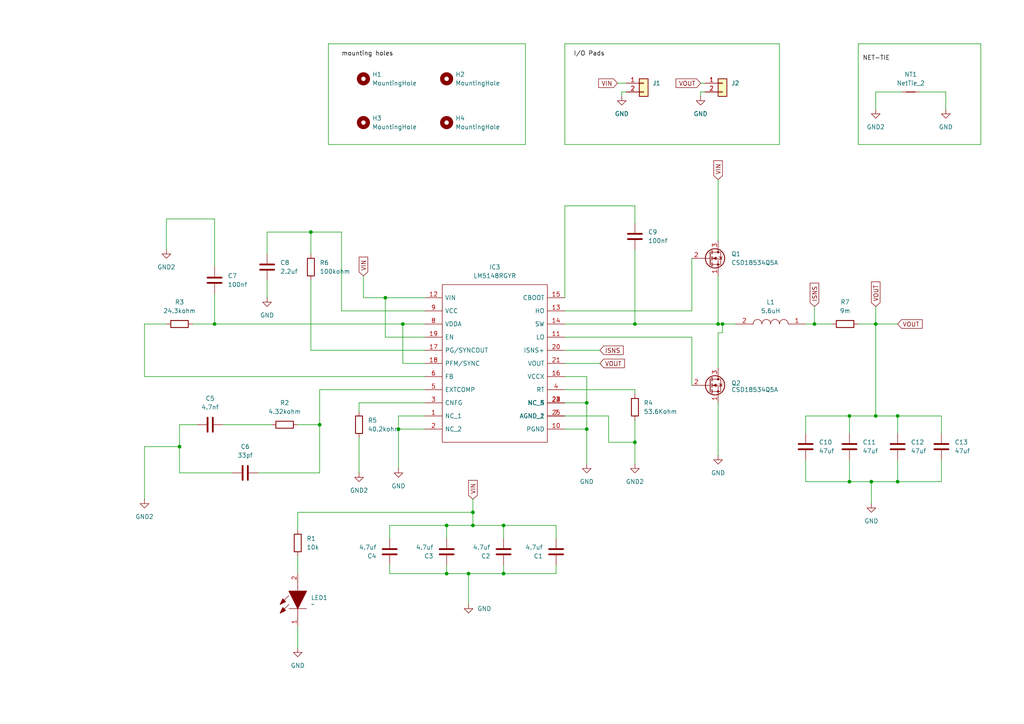
<source format=kicad_sch>
(kicad_sch
	(version 20250114)
	(generator "eeschema")
	(generator_version "9.0")
	(uuid "2b20bf84-f1a7-4c48-aa1b-8d85c83ac6e5")
	(paper "A4")
	(lib_symbols
		(symbol "Connector_Generic:Conn_01x02"
			(pin_names
				(offset 1.016)
				(hide yes)
			)
			(exclude_from_sim no)
			(in_bom yes)
			(on_board yes)
			(property "Reference" "J"
				(at 0 2.54 0)
				(effects
					(font
						(size 1.27 1.27)
					)
				)
			)
			(property "Value" "Conn_01x02"
				(at 0 -5.08 0)
				(effects
					(font
						(size 1.27 1.27)
					)
				)
			)
			(property "Footprint" ""
				(at 0 0 0)
				(effects
					(font
						(size 1.27 1.27)
					)
					(hide yes)
				)
			)
			(property "Datasheet" "~"
				(at 0 0 0)
				(effects
					(font
						(size 1.27 1.27)
					)
					(hide yes)
				)
			)
			(property "Description" "Generic connector, single row, 01x02, script generated (kicad-library-utils/schlib/autogen/connector/)"
				(at 0 0 0)
				(effects
					(font
						(size 1.27 1.27)
					)
					(hide yes)
				)
			)
			(property "ki_keywords" "connector"
				(at 0 0 0)
				(effects
					(font
						(size 1.27 1.27)
					)
					(hide yes)
				)
			)
			(property "ki_fp_filters" "Connector*:*_1x??_*"
				(at 0 0 0)
				(effects
					(font
						(size 1.27 1.27)
					)
					(hide yes)
				)
			)
			(symbol "Conn_01x02_1_1"
				(rectangle
					(start -1.27 1.27)
					(end 1.27 -3.81)
					(stroke
						(width 0.254)
						(type default)
					)
					(fill
						(type background)
					)
				)
				(rectangle
					(start -1.27 0.127)
					(end 0 -0.127)
					(stroke
						(width 0.1524)
						(type default)
					)
					(fill
						(type none)
					)
				)
				(rectangle
					(start -1.27 -2.413)
					(end 0 -2.667)
					(stroke
						(width 0.1524)
						(type default)
					)
					(fill
						(type none)
					)
				)
				(pin passive line
					(at -5.08 0 0)
					(length 3.81)
					(name "Pin_1"
						(effects
							(font
								(size 1.27 1.27)
							)
						)
					)
					(number "1"
						(effects
							(font
								(size 1.27 1.27)
							)
						)
					)
				)
				(pin passive line
					(at -5.08 -2.54 0)
					(length 3.81)
					(name "Pin_2"
						(effects
							(font
								(size 1.27 1.27)
							)
						)
					)
					(number "2"
						(effects
							(font
								(size 1.27 1.27)
							)
						)
					)
				)
			)
			(embedded_fonts no)
		)
		(symbol "Device:C"
			(pin_numbers
				(hide yes)
			)
			(pin_names
				(offset 0.254)
			)
			(exclude_from_sim no)
			(in_bom yes)
			(on_board yes)
			(property "Reference" "C"
				(at 0.635 2.54 0)
				(effects
					(font
						(size 1.27 1.27)
					)
					(justify left)
				)
			)
			(property "Value" "C"
				(at 0.635 -2.54 0)
				(effects
					(font
						(size 1.27 1.27)
					)
					(justify left)
				)
			)
			(property "Footprint" ""
				(at 0.9652 -3.81 0)
				(effects
					(font
						(size 1.27 1.27)
					)
					(hide yes)
				)
			)
			(property "Datasheet" "~"
				(at 0 0 0)
				(effects
					(font
						(size 1.27 1.27)
					)
					(hide yes)
				)
			)
			(property "Description" "Unpolarized capacitor"
				(at 0 0 0)
				(effects
					(font
						(size 1.27 1.27)
					)
					(hide yes)
				)
			)
			(property "ki_keywords" "cap capacitor"
				(at 0 0 0)
				(effects
					(font
						(size 1.27 1.27)
					)
					(hide yes)
				)
			)
			(property "ki_fp_filters" "C_*"
				(at 0 0 0)
				(effects
					(font
						(size 1.27 1.27)
					)
					(hide yes)
				)
			)
			(symbol "C_0_1"
				(polyline
					(pts
						(xy -2.032 0.762) (xy 2.032 0.762)
					)
					(stroke
						(width 0.508)
						(type default)
					)
					(fill
						(type none)
					)
				)
				(polyline
					(pts
						(xy -2.032 -0.762) (xy 2.032 -0.762)
					)
					(stroke
						(width 0.508)
						(type default)
					)
					(fill
						(type none)
					)
				)
			)
			(symbol "C_1_1"
				(pin passive line
					(at 0 3.81 270)
					(length 2.794)
					(name "~"
						(effects
							(font
								(size 1.27 1.27)
							)
						)
					)
					(number "1"
						(effects
							(font
								(size 1.27 1.27)
							)
						)
					)
				)
				(pin passive line
					(at 0 -3.81 90)
					(length 2.794)
					(name "~"
						(effects
							(font
								(size 1.27 1.27)
							)
						)
					)
					(number "2"
						(effects
							(font
								(size 1.27 1.27)
							)
						)
					)
				)
			)
			(embedded_fonts no)
		)
		(symbol "Device:NetTie_2"
			(pin_numbers
				(hide yes)
			)
			(pin_names
				(offset 0)
				(hide yes)
			)
			(exclude_from_sim no)
			(in_bom no)
			(on_board yes)
			(property "Reference" "NT"
				(at 0 1.27 0)
				(effects
					(font
						(size 1.27 1.27)
					)
				)
			)
			(property "Value" "NetTie_2"
				(at 0 -1.27 0)
				(effects
					(font
						(size 1.27 1.27)
					)
				)
			)
			(property "Footprint" ""
				(at 0 0 0)
				(effects
					(font
						(size 1.27 1.27)
					)
					(hide yes)
				)
			)
			(property "Datasheet" "~"
				(at 0 0 0)
				(effects
					(font
						(size 1.27 1.27)
					)
					(hide yes)
				)
			)
			(property "Description" "Net tie, 2 pins"
				(at 0 0 0)
				(effects
					(font
						(size 1.27 1.27)
					)
					(hide yes)
				)
			)
			(property "ki_keywords" "net tie short"
				(at 0 0 0)
				(effects
					(font
						(size 1.27 1.27)
					)
					(hide yes)
				)
			)
			(property "ki_fp_filters" "Net*Tie*"
				(at 0 0 0)
				(effects
					(font
						(size 1.27 1.27)
					)
					(hide yes)
				)
			)
			(symbol "NetTie_2_0_1"
				(polyline
					(pts
						(xy -1.27 0) (xy 1.27 0)
					)
					(stroke
						(width 0.254)
						(type default)
					)
					(fill
						(type none)
					)
				)
			)
			(symbol "NetTie_2_1_1"
				(pin passive line
					(at -2.54 0 0)
					(length 2.54)
					(name "1"
						(effects
							(font
								(size 1.27 1.27)
							)
						)
					)
					(number "1"
						(effects
							(font
								(size 1.27 1.27)
							)
						)
					)
				)
				(pin passive line
					(at 2.54 0 180)
					(length 2.54)
					(name "2"
						(effects
							(font
								(size 1.27 1.27)
							)
						)
					)
					(number "2"
						(effects
							(font
								(size 1.27 1.27)
							)
						)
					)
				)
			)
			(embedded_fonts no)
		)
		(symbol "Device:R"
			(pin_numbers
				(hide yes)
			)
			(pin_names
				(offset 0)
			)
			(exclude_from_sim no)
			(in_bom yes)
			(on_board yes)
			(property "Reference" "R"
				(at 2.032 0 90)
				(effects
					(font
						(size 1.27 1.27)
					)
				)
			)
			(property "Value" "R"
				(at 0 0 90)
				(effects
					(font
						(size 1.27 1.27)
					)
				)
			)
			(property "Footprint" ""
				(at -1.778 0 90)
				(effects
					(font
						(size 1.27 1.27)
					)
					(hide yes)
				)
			)
			(property "Datasheet" "~"
				(at 0 0 0)
				(effects
					(font
						(size 1.27 1.27)
					)
					(hide yes)
				)
			)
			(property "Description" "Resistor"
				(at 0 0 0)
				(effects
					(font
						(size 1.27 1.27)
					)
					(hide yes)
				)
			)
			(property "ki_keywords" "R res resistor"
				(at 0 0 0)
				(effects
					(font
						(size 1.27 1.27)
					)
					(hide yes)
				)
			)
			(property "ki_fp_filters" "R_*"
				(at 0 0 0)
				(effects
					(font
						(size 1.27 1.27)
					)
					(hide yes)
				)
			)
			(symbol "R_0_1"
				(rectangle
					(start -1.016 -2.54)
					(end 1.016 2.54)
					(stroke
						(width 0.254)
						(type default)
					)
					(fill
						(type none)
					)
				)
			)
			(symbol "R_1_1"
				(pin passive line
					(at 0 3.81 270)
					(length 1.27)
					(name "~"
						(effects
							(font
								(size 1.27 1.27)
							)
						)
					)
					(number "1"
						(effects
							(font
								(size 1.27 1.27)
							)
						)
					)
				)
				(pin passive line
					(at 0 -3.81 90)
					(length 1.27)
					(name "~"
						(effects
							(font
								(size 1.27 1.27)
							)
						)
					)
					(number "2"
						(effects
							(font
								(size 1.27 1.27)
							)
						)
					)
				)
			)
			(embedded_fonts no)
		)
		(symbol "HC3-5R6-R:HC3-5R6-R"
			(pin_names
				(offset 0.762)
			)
			(exclude_from_sim no)
			(in_bom yes)
			(on_board yes)
			(property "Reference" "L"
				(at 16.51 6.35 0)
				(effects
					(font
						(size 1.27 1.27)
					)
					(justify left)
				)
			)
			(property "Value" "HC3-5R6-R"
				(at 16.51 3.81 0)
				(effects
					(font
						(size 1.27 1.27)
					)
					(justify left)
				)
			)
			(property "Footprint" "HC35R6R"
				(at 16.51 1.27 0)
				(effects
					(font
						(size 1.27 1.27)
					)
					(justify left)
					(hide yes)
				)
			)
			(property "Datasheet" "https://datasheet.datasheetarchive.com/originals/distributors/Datasheets-DGA11/2201201.pdf"
				(at 16.51 -1.27 0)
				(effects
					(font
						(size 1.27 1.27)
					)
					(justify left)
					(hide yes)
				)
			)
			(property "Description" "HIGH CURRENT 3 Power Inductors"
				(at 0 0 0)
				(effects
					(font
						(size 1.27 1.27)
					)
					(hide yes)
				)
			)
			(property "Description_1" "HIGH CURRENT 3 Power Inductors"
				(at 16.51 -3.81 0)
				(effects
					(font
						(size 1.27 1.27)
					)
					(justify left)
					(hide yes)
				)
			)
			(property "Height" "17.5"
				(at 16.51 -6.35 0)
				(effects
					(font
						(size 1.27 1.27)
					)
					(justify left)
					(hide yes)
				)
			)
			(property "Manufacturer_Name" "Cooper Bussmann"
				(at 16.51 -8.89 0)
				(effects
					(font
						(size 1.27 1.27)
					)
					(justify left)
					(hide yes)
				)
			)
			(property "Manufacturer_Part_Number" "HC3-5R6-R"
				(at 16.51 -11.43 0)
				(effects
					(font
						(size 1.27 1.27)
					)
					(justify left)
					(hide yes)
				)
			)
			(property "Mouser Part Number" ""
				(at 16.51 -13.97 0)
				(effects
					(font
						(size 1.27 1.27)
					)
					(justify left)
					(hide yes)
				)
			)
			(property "Mouser Price/Stock" ""
				(at 16.51 -16.51 0)
				(effects
					(font
						(size 1.27 1.27)
					)
					(justify left)
					(hide yes)
				)
			)
			(property "Arrow Part Number" ""
				(at 16.51 -19.05 0)
				(effects
					(font
						(size 1.27 1.27)
					)
					(justify left)
					(hide yes)
				)
			)
			(property "Arrow Price/Stock" ""
				(at 16.51 -21.59 0)
				(effects
					(font
						(size 1.27 1.27)
					)
					(justify left)
					(hide yes)
				)
			)
			(symbol "HC3-5R6-R_0_0"
				(pin passive line
					(at 0 0 0)
					(length 5.08)
					(name "~"
						(effects
							(font
								(size 1.27 1.27)
							)
						)
					)
					(number "1"
						(effects
							(font
								(size 1.27 1.27)
							)
						)
					)
				)
				(pin passive line
					(at 20.32 0 180)
					(length 5.08)
					(name "~"
						(effects
							(font
								(size 1.27 1.27)
							)
						)
					)
					(number "2"
						(effects
							(font
								(size 1.27 1.27)
							)
						)
					)
				)
			)
			(symbol "HC3-5R6-R_0_1"
				(arc
					(start 7.62 0)
					(mid 6.35 -1.3218)
					(end 5.08 0)
					(stroke
						(width 0.1524)
						(type solid)
					)
					(fill
						(type none)
					)
				)
				(arc
					(start 10.16 0)
					(mid 8.89 -1.3218)
					(end 7.62 0)
					(stroke
						(width 0.1524)
						(type solid)
					)
					(fill
						(type none)
					)
				)
				(arc
					(start 12.7 0)
					(mid 11.43 -1.3218)
					(end 10.16 0)
					(stroke
						(width 0.1524)
						(type solid)
					)
					(fill
						(type none)
					)
				)
				(arc
					(start 15.24 0)
					(mid 13.97 -1.3218)
					(end 12.7 0)
					(stroke
						(width 0.1524)
						(type solid)
					)
					(fill
						(type none)
					)
				)
			)
			(embedded_fonts no)
		)
		(symbol "LM5148RGYR_1"
			(pin_names
				(offset 0.762)
			)
			(exclude_from_sim no)
			(in_bom yes)
			(on_board yes)
			(property "Reference" "IC"
				(at 5.08 16.51 0)
				(effects
					(font
						(size 1.27 1.27)
					)
					(justify left)
				)
			)
			(property "Value" "LM5148RGYR"
				(at 5.08 13.97 0)
				(effects
					(font
						(size 1.27 1.27)
					)
					(justify left)
				)
			)
			(property "Footprint" "LM5148RGYR"
				(at 14.986 11.176 0)
				(effects
					(font
						(size 1.27 1.27)
					)
					(justify left)
					(hide yes)
				)
			)
			(property "Datasheet" "https://www.ti.com/lit/ds/symlink/lm5148.pdf?ts=1680990210570&ref_url=https%253A%252F%252Fwww.ti.com%252Fproduct%252FLM5148"
				(at 48.768 20.574 0)
				(effects
					(font
						(size 1.27 1.27)
					)
					(justify left)
					(hide yes)
				)
			)
			(property "Description" "Switching Controllers 3.5-V to 80-V, current mode synchronous buck controller"
				(at -22.86 -21.59 0)
				(effects
					(font
						(size 1.27 1.27)
					)
					(hide yes)
				)
			)
			(property "Description_1" "Switching Controllers 3.5-V to 80-V, current mode synchronous buck controller"
				(at 48.768 18.034 0)
				(effects
					(font
						(size 1.27 1.27)
					)
					(justify left)
					(hide yes)
				)
			)
			(property "Height" "1"
				(at 36.83 5.08 0)
				(effects
					(font
						(size 1.27 1.27)
					)
					(justify left)
					(hide yes)
				)
			)
			(property "Manufacturer_Name" "Texas Instruments"
				(at 49.53 -11.43 0)
				(effects
					(font
						(size 1.27 1.27)
					)
					(justify left)
					(hide yes)
				)
			)
			(property "Manufacturer_Part_Number" "LM5148RGYR"
				(at 49.53 -13.97 0)
				(effects
					(font
						(size 1.27 1.27)
					)
					(justify left)
					(hide yes)
				)
			)
			(property "Mouser Part Number" "595-LM5148RGYR"
				(at 49.53 -16.51 0)
				(effects
					(font
						(size 1.27 1.27)
					)
					(justify left)
					(hide yes)
				)
			)
			(property "Mouser Price/Stock" "https://www.mouser.co.uk/ProductDetail/Texas-Instruments/LM5148RGYR?qs=Jm2GQyTW%2FbgsJOyzcNbTmw%3D%3D"
				(at 49.53 -19.05 0)
				(effects
					(font
						(size 1.27 1.27)
					)
					(justify left)
					(hide yes)
				)
			)
			(property "Arrow Part Number" "LM5148RGYR"
				(at 49.53 -21.59 0)
				(effects
					(font
						(size 1.27 1.27)
					)
					(justify left)
					(hide yes)
				)
			)
			(property "Arrow Price/Stock" "https://www.arrow.com/en/products/lm5148rgyr/texas-instruments?region=nac"
				(at 49.53 -24.13 0)
				(effects
					(font
						(size 1.27 1.27)
					)
					(justify left)
					(hide yes)
				)
			)
			(symbol "LM5148RGYR_1_0_0"
				(pin passive line
					(at 0 8.89 0)
					(length 5.08)
					(name "VIN"
						(effects
							(font
								(size 1.27 1.27)
							)
						)
					)
					(number "12"
						(effects
							(font
								(size 1.27 1.27)
							)
						)
					)
				)
				(pin passive line
					(at 0 5.08 0)
					(length 5.08)
					(name "VCC"
						(effects
							(font
								(size 1.27 1.27)
							)
						)
					)
					(number "9"
						(effects
							(font
								(size 1.27 1.27)
							)
						)
					)
				)
				(pin passive line
					(at 0 -2.54 0)
					(length 5.08)
					(name "EN"
						(effects
							(font
								(size 1.27 1.27)
							)
						)
					)
					(number "19"
						(effects
							(font
								(size 1.27 1.27)
							)
						)
					)
				)
				(pin passive line
					(at 0 -6.35 0)
					(length 5.08)
					(name "PG/SYNCOUT"
						(effects
							(font
								(size 1.27 1.27)
							)
						)
					)
					(number "17"
						(effects
							(font
								(size 1.27 1.27)
							)
						)
					)
				)
				(pin passive line
					(at 0 -10.16 0)
					(length 5.08)
					(name "PFM/SYNC"
						(effects
							(font
								(size 1.27 1.27)
							)
						)
					)
					(number "18"
						(effects
							(font
								(size 1.27 1.27)
							)
						)
					)
				)
				(pin passive line
					(at 0 -13.97 0)
					(length 5.08)
					(name "FB"
						(effects
							(font
								(size 1.27 1.27)
							)
						)
					)
					(number "6"
						(effects
							(font
								(size 1.27 1.27)
							)
						)
					)
				)
				(pin passive line
					(at 0 -17.78 0)
					(length 5.08)
					(name "EXTCOMP"
						(effects
							(font
								(size 1.27 1.27)
							)
						)
					)
					(number "5"
						(effects
							(font
								(size 1.27 1.27)
							)
						)
					)
				)
				(pin passive line
					(at 0 -21.59 0)
					(length 5.08)
					(name "CNFG"
						(effects
							(font
								(size 1.27 1.27)
							)
						)
					)
					(number "3"
						(effects
							(font
								(size 1.27 1.27)
							)
						)
					)
				)
				(pin passive line
					(at 0 -29.21 0)
					(length 5.08)
					(name "NC_2"
						(effects
							(font
								(size 1.27 1.27)
							)
						)
					)
					(number "2"
						(effects
							(font
								(size 1.27 1.27)
							)
						)
					)
				)
				(pin passive line
					(at 40.64 8.89 180)
					(length 5.08)
					(name "CBOOT"
						(effects
							(font
								(size 1.27 1.27)
							)
						)
					)
					(number "15"
						(effects
							(font
								(size 1.27 1.27)
							)
						)
					)
				)
				(pin passive line
					(at 40.64 5.08 180)
					(length 5.08)
					(name "HO"
						(effects
							(font
								(size 1.27 1.27)
							)
						)
					)
					(number "13"
						(effects
							(font
								(size 1.27 1.27)
							)
						)
					)
				)
				(pin passive line
					(at 40.64 1.27 180)
					(length 5.08)
					(name "SW"
						(effects
							(font
								(size 1.27 1.27)
							)
						)
					)
					(number "14"
						(effects
							(font
								(size 1.27 1.27)
							)
						)
					)
				)
				(pin passive line
					(at 40.64 -2.54 180)
					(length 5.08)
					(name "LO"
						(effects
							(font
								(size 1.27 1.27)
							)
						)
					)
					(number "11"
						(effects
							(font
								(size 1.27 1.27)
							)
						)
					)
				)
				(pin passive line
					(at 40.64 -10.16 180)
					(length 5.08)
					(name "VOUT"
						(effects
							(font
								(size 1.27 1.27)
							)
						)
					)
					(number "21"
						(effects
							(font
								(size 1.27 1.27)
							)
						)
					)
				)
				(pin passive line
					(at 40.64 -13.97 180)
					(length 5.08)
					(name "VCCX"
						(effects
							(font
								(size 1.27 1.27)
							)
						)
					)
					(number "16"
						(effects
							(font
								(size 1.27 1.27)
							)
						)
					)
				)
				(pin passive line
					(at 40.64 -17.78 180)
					(length 5.08)
					(name "RT"
						(effects
							(font
								(size 1.27 1.27)
							)
						)
					)
					(number "4"
						(effects
							(font
								(size 1.27 1.27)
							)
						)
					)
				)
				(pin passive line
					(at 40.64 -21.59 180)
					(length 5.08)
					(name "NC_4"
						(effects
							(font
								(size 1.27 1.27)
							)
						)
					)
					(number "23"
						(effects
							(font
								(size 1.27 1.27)
							)
						)
					)
				)
				(pin passive line
					(at 40.64 -21.59 180)
					(length 5.08)
					(name "NC_5"
						(effects
							(font
								(size 1.27 1.27)
							)
						)
					)
					(number "24"
						(effects
							(font
								(size 1.27 1.27)
							)
						)
					)
				)
				(pin passive line
					(at 40.64 -25.4 180)
					(length 5.08)
					(name "AGND_2"
						(effects
							(font
								(size 1.27 1.27)
							)
						)
					)
					(number "25"
						(effects
							(font
								(size 1.27 1.27)
							)
						)
					)
				)
				(pin passive line
					(at 40.64 -29.21 180)
					(length 5.08)
					(name "PGND"
						(effects
							(font
								(size 1.27 1.27)
							)
						)
					)
					(number "10"
						(effects
							(font
								(size 1.27 1.27)
							)
						)
					)
				)
			)
			(symbol "LM5148RGYR_1_0_1"
				(polyline
					(pts
						(xy 5.08 12.7) (xy 35.56 12.7) (xy 35.56 -33.02) (xy 5.08 -33.02) (xy 5.08 12.7)
					)
					(stroke
						(width 0.1524)
						(type solid)
					)
					(fill
						(type none)
					)
				)
			)
			(symbol "LM5148RGYR_1_1_0"
				(pin passive line
					(at 0 1.27 0)
					(length 5.08)
					(name "VDDA"
						(effects
							(font
								(size 1.27 1.27)
							)
						)
					)
					(number "8"
						(effects
							(font
								(size 1.27 1.27)
							)
						)
					)
				)
				(pin passive line
					(at 0 -25.4 0)
					(length 5.08)
					(name "NC_1"
						(effects
							(font
								(size 1.27 1.27)
							)
						)
					)
					(number "1"
						(effects
							(font
								(size 1.27 1.27)
							)
						)
					)
				)
				(pin passive line
					(at 40.64 -6.35 180)
					(length 5.08)
					(name "ISNS+"
						(effects
							(font
								(size 1.27 1.27)
							)
						)
					)
					(number "20"
						(effects
							(font
								(size 1.27 1.27)
							)
						)
					)
				)
				(pin passive line
					(at 40.64 -21.59 180)
					(length 5.08)
					(name "NC_3"
						(effects
							(font
								(size 1.27 1.27)
							)
						)
					)
					(number "22"
						(effects
							(font
								(size 1.27 1.27)
							)
						)
					)
				)
				(pin passive line
					(at 40.64 -25.4 180)
					(length 5.08)
					(name "AGND_1"
						(effects
							(font
								(size 1.27 1.27)
							)
						)
					)
					(number "7"
						(effects
							(font
								(size 1.27 1.27)
							)
						)
					)
				)
			)
			(embedded_fonts no)
		)
		(symbol "LTST-C150KRKT:LTST-C150KRKT"
			(pin_names
				(offset 0.762)
			)
			(exclude_from_sim no)
			(in_bom yes)
			(on_board yes)
			(property "Reference" "LED"
				(at 12.7 8.89 0)
				(effects
					(font
						(size 1.27 1.27)
					)
					(justify left bottom)
				)
			)
			(property "Value" "LTST-C150KRKT"
				(at 12.7 6.35 0)
				(effects
					(font
						(size 1.27 1.27)
					)
					(justify left bottom)
				)
			)
			(property "Footprint" "LEDM3216X120N"
				(at 12.7 3.81 0)
				(effects
					(font
						(size 1.27 1.27)
					)
					(justify left bottom)
					(hide yes)
				)
			)
			(property "Datasheet" "https://optoelectronics.liteon.com/upload/download/DS-22-99-0149/LTST-C150KRKT.pdf"
				(at 12.7 1.27 0)
				(effects
					(font
						(size 1.27 1.27)
					)
					(justify left bottom)
					(hide yes)
				)
			)
			(property "Description" "Lite-On LTST-C150KRKT, CHIPLED 1206 631 nm Red LED, 3216 (1206) SMD package"
				(at 0 0 0)
				(effects
					(font
						(size 1.27 1.27)
					)
					(hide yes)
				)
			)
			(property "Description_1" "Lite-On LTST-C150KRKT, CHIPLED 1206 631 nm Red LED, 3216 (1206) SMD package"
				(at 12.7 -1.27 0)
				(effects
					(font
						(size 1.27 1.27)
					)
					(justify left bottom)
					(hide yes)
				)
			)
			(property "Height" "1.2"
				(at 12.7 -3.81 0)
				(effects
					(font
						(size 1.27 1.27)
					)
					(justify left bottom)
					(hide yes)
				)
			)
			(property "Manufacturer_Name" "Lite-On"
				(at 12.7 -6.35 0)
				(effects
					(font
						(size 1.27 1.27)
					)
					(justify left bottom)
					(hide yes)
				)
			)
			(property "Manufacturer_Part_Number" "LTST-C150KRKT"
				(at 12.7 -8.89 0)
				(effects
					(font
						(size 1.27 1.27)
					)
					(justify left bottom)
					(hide yes)
				)
			)
			(property "Mouser Part Number" "859-LTST-C150KRKT"
				(at 12.7 -11.43 0)
				(effects
					(font
						(size 1.27 1.27)
					)
					(justify left bottom)
					(hide yes)
				)
			)
			(property "Mouser Price/Stock" "https://www.mouser.co.uk/ProductDetail/Lite-On/LTST-C150KRKT?qs=EfspBadgGjC5L5YGrXjS9g%3D%3D"
				(at 12.7 -13.97 0)
				(effects
					(font
						(size 1.27 1.27)
					)
					(justify left bottom)
					(hide yes)
				)
			)
			(property "Arrow Part Number" "LTST-C150KRKT"
				(at 12.7 -16.51 0)
				(effects
					(font
						(size 1.27 1.27)
					)
					(justify left bottom)
					(hide yes)
				)
			)
			(property "Arrow Price/Stock" "https://www.arrow.com/en/products/ltst-c150krkt/lite-on-technology?utm_currency=USD&region=europe"
				(at 12.7 -19.05 0)
				(effects
					(font
						(size 1.27 1.27)
					)
					(justify left bottom)
					(hide yes)
				)
			)
			(symbol "LTST-C150KRKT_0_0"
				(pin passive line
					(at 0 0 0)
					(length 2.54)
					(name "~"
						(effects
							(font
								(size 1.27 1.27)
							)
						)
					)
					(number "1"
						(effects
							(font
								(size 1.27 1.27)
							)
						)
					)
				)
				(pin passive line
					(at 15.24 0 180)
					(length 2.54)
					(name "~"
						(effects
							(font
								(size 1.27 1.27)
							)
						)
					)
					(number "2"
						(effects
							(font
								(size 1.27 1.27)
							)
						)
					)
				)
			)
			(symbol "LTST-C150KRKT_0_1"
				(polyline
					(pts
						(xy 2.54 0) (xy 5.08 0)
					)
					(stroke
						(width 0.1524)
						(type solid)
					)
					(fill
						(type none)
					)
				)
				(polyline
					(pts
						(xy 5.08 2.54) (xy 5.08 -2.54)
					)
					(stroke
						(width 0.1524)
						(type solid)
					)
					(fill
						(type none)
					)
				)
				(polyline
					(pts
						(xy 5.08 0) (xy 10.16 2.54) (xy 10.16 -2.54) (xy 5.08 0)
					)
					(stroke
						(width 0.254)
						(type solid)
					)
					(fill
						(type outline)
					)
				)
				(polyline
					(pts
						(xy 5.334 4.318) (xy 4.572 3.556) (xy 3.81 5.08) (xy 5.334 4.318)
					)
					(stroke
						(width 0.254)
						(type solid)
					)
					(fill
						(type outline)
					)
				)
				(polyline
					(pts
						(xy 6.35 2.54) (xy 3.81 5.08)
					)
					(stroke
						(width 0.1524)
						(type solid)
					)
					(fill
						(type none)
					)
				)
				(polyline
					(pts
						(xy 7.874 4.318) (xy 7.112 3.556) (xy 6.35 5.08) (xy 7.874 4.318)
					)
					(stroke
						(width 0.254)
						(type solid)
					)
					(fill
						(type outline)
					)
				)
				(polyline
					(pts
						(xy 8.89 2.54) (xy 6.35 5.08)
					)
					(stroke
						(width 0.1524)
						(type solid)
					)
					(fill
						(type none)
					)
				)
				(polyline
					(pts
						(xy 10.16 0) (xy 12.7 0)
					)
					(stroke
						(width 0.1524)
						(type solid)
					)
					(fill
						(type none)
					)
				)
			)
			(embedded_fonts no)
		)
		(symbol "Mechanical:MountingHole"
			(pin_names
				(offset 1.016)
			)
			(exclude_from_sim yes)
			(in_bom no)
			(on_board yes)
			(property "Reference" "H"
				(at 0 5.08 0)
				(effects
					(font
						(size 1.27 1.27)
					)
				)
			)
			(property "Value" "MountingHole"
				(at 0 3.175 0)
				(effects
					(font
						(size 1.27 1.27)
					)
				)
			)
			(property "Footprint" ""
				(at 0 0 0)
				(effects
					(font
						(size 1.27 1.27)
					)
					(hide yes)
				)
			)
			(property "Datasheet" "~"
				(at 0 0 0)
				(effects
					(font
						(size 1.27 1.27)
					)
					(hide yes)
				)
			)
			(property "Description" "Mounting Hole without connection"
				(at 0 0 0)
				(effects
					(font
						(size 1.27 1.27)
					)
					(hide yes)
				)
			)
			(property "ki_keywords" "mounting hole"
				(at 0 0 0)
				(effects
					(font
						(size 1.27 1.27)
					)
					(hide yes)
				)
			)
			(property "ki_fp_filters" "MountingHole*"
				(at 0 0 0)
				(effects
					(font
						(size 1.27 1.27)
					)
					(hide yes)
				)
			)
			(symbol "MountingHole_0_1"
				(circle
					(center 0 0)
					(radius 1.27)
					(stroke
						(width 1.27)
						(type default)
					)
					(fill
						(type none)
					)
				)
			)
			(embedded_fonts no)
		)
		(symbol "Transistor_FET:2N7000"
			(pin_names
				(hide yes)
			)
			(exclude_from_sim no)
			(in_bom yes)
			(on_board yes)
			(property "Reference" "Q"
				(at 5.08 1.905 0)
				(effects
					(font
						(size 1.27 1.27)
					)
					(justify left)
				)
			)
			(property "Value" "2N7000"
				(at 5.08 0 0)
				(effects
					(font
						(size 1.27 1.27)
					)
					(justify left)
				)
			)
			(property "Footprint" "Package_TO_SOT_THT:TO-92_Inline"
				(at 5.08 -1.905 0)
				(effects
					(font
						(size 1.27 1.27)
						(italic yes)
					)
					(justify left)
					(hide yes)
				)
			)
			(property "Datasheet" "https://www.vishay.com/docs/70226/70226.pdf"
				(at 5.08 -3.81 0)
				(effects
					(font
						(size 1.27 1.27)
					)
					(justify left)
					(hide yes)
				)
			)
			(property "Description" "0.2A Id, 200V Vds, N-Channel MOSFET, 2.6V Logic Level, TO-92"
				(at 0 0 0)
				(effects
					(font
						(size 1.27 1.27)
					)
					(hide yes)
				)
			)
			(property "ki_keywords" "N-Channel MOSFET Logic-Level"
				(at 0 0 0)
				(effects
					(font
						(size 1.27 1.27)
					)
					(hide yes)
				)
			)
			(property "ki_fp_filters" "TO?92*"
				(at 0 0 0)
				(effects
					(font
						(size 1.27 1.27)
					)
					(hide yes)
				)
			)
			(symbol "2N7000_0_1"
				(polyline
					(pts
						(xy 0.254 1.905) (xy 0.254 -1.905)
					)
					(stroke
						(width 0.254)
						(type default)
					)
					(fill
						(type none)
					)
				)
				(polyline
					(pts
						(xy 0.254 0) (xy -2.54 0)
					)
					(stroke
						(width 0)
						(type default)
					)
					(fill
						(type none)
					)
				)
				(polyline
					(pts
						(xy 0.762 2.286) (xy 0.762 1.27)
					)
					(stroke
						(width 0.254)
						(type default)
					)
					(fill
						(type none)
					)
				)
				(polyline
					(pts
						(xy 0.762 0.508) (xy 0.762 -0.508)
					)
					(stroke
						(width 0.254)
						(type default)
					)
					(fill
						(type none)
					)
				)
				(polyline
					(pts
						(xy 0.762 -1.27) (xy 0.762 -2.286)
					)
					(stroke
						(width 0.254)
						(type default)
					)
					(fill
						(type none)
					)
				)
				(polyline
					(pts
						(xy 0.762 -1.778) (xy 3.302 -1.778) (xy 3.302 1.778) (xy 0.762 1.778)
					)
					(stroke
						(width 0)
						(type default)
					)
					(fill
						(type none)
					)
				)
				(polyline
					(pts
						(xy 1.016 0) (xy 2.032 0.381) (xy 2.032 -0.381) (xy 1.016 0)
					)
					(stroke
						(width 0)
						(type default)
					)
					(fill
						(type outline)
					)
				)
				(circle
					(center 1.651 0)
					(radius 2.794)
					(stroke
						(width 0.254)
						(type default)
					)
					(fill
						(type none)
					)
				)
				(polyline
					(pts
						(xy 2.54 2.54) (xy 2.54 1.778)
					)
					(stroke
						(width 0)
						(type default)
					)
					(fill
						(type none)
					)
				)
				(circle
					(center 2.54 1.778)
					(radius 0.254)
					(stroke
						(width 0)
						(type default)
					)
					(fill
						(type outline)
					)
				)
				(circle
					(center 2.54 -1.778)
					(radius 0.254)
					(stroke
						(width 0)
						(type default)
					)
					(fill
						(type outline)
					)
				)
				(polyline
					(pts
						(xy 2.54 -2.54) (xy 2.54 0) (xy 0.762 0)
					)
					(stroke
						(width 0)
						(type default)
					)
					(fill
						(type none)
					)
				)
				(polyline
					(pts
						(xy 2.794 0.508) (xy 2.921 0.381) (xy 3.683 0.381) (xy 3.81 0.254)
					)
					(stroke
						(width 0)
						(type default)
					)
					(fill
						(type none)
					)
				)
				(polyline
					(pts
						(xy 3.302 0.381) (xy 2.921 -0.254) (xy 3.683 -0.254) (xy 3.302 0.381)
					)
					(stroke
						(width 0)
						(type default)
					)
					(fill
						(type none)
					)
				)
			)
			(symbol "2N7000_1_1"
				(pin input line
					(at -5.08 0 0)
					(length 2.54)
					(name "G"
						(effects
							(font
								(size 1.27 1.27)
							)
						)
					)
					(number "2"
						(effects
							(font
								(size 1.27 1.27)
							)
						)
					)
				)
				(pin passive line
					(at 2.54 5.08 270)
					(length 2.54)
					(name "D"
						(effects
							(font
								(size 1.27 1.27)
							)
						)
					)
					(number "3"
						(effects
							(font
								(size 1.27 1.27)
							)
						)
					)
				)
				(pin passive line
					(at 2.54 -5.08 90)
					(length 2.54)
					(name "S"
						(effects
							(font
								(size 1.27 1.27)
							)
						)
					)
					(number "1"
						(effects
							(font
								(size 1.27 1.27)
							)
						)
					)
				)
			)
			(embedded_fonts no)
		)
		(symbol "power:GND"
			(power)
			(pin_numbers
				(hide yes)
			)
			(pin_names
				(offset 0)
				(hide yes)
			)
			(exclude_from_sim no)
			(in_bom yes)
			(on_board yes)
			(property "Reference" "#PWR"
				(at 0 -6.35 0)
				(effects
					(font
						(size 1.27 1.27)
					)
					(hide yes)
				)
			)
			(property "Value" "GND"
				(at 0 -3.81 0)
				(effects
					(font
						(size 1.27 1.27)
					)
				)
			)
			(property "Footprint" ""
				(at 0 0 0)
				(effects
					(font
						(size 1.27 1.27)
					)
					(hide yes)
				)
			)
			(property "Datasheet" ""
				(at 0 0 0)
				(effects
					(font
						(size 1.27 1.27)
					)
					(hide yes)
				)
			)
			(property "Description" "Power symbol creates a global label with name \"GND\" , ground"
				(at 0 0 0)
				(effects
					(font
						(size 1.27 1.27)
					)
					(hide yes)
				)
			)
			(property "ki_keywords" "global power"
				(at 0 0 0)
				(effects
					(font
						(size 1.27 1.27)
					)
					(hide yes)
				)
			)
			(symbol "GND_0_1"
				(polyline
					(pts
						(xy 0 0) (xy 0 -1.27) (xy 1.27 -1.27) (xy 0 -2.54) (xy -1.27 -1.27) (xy 0 -1.27)
					)
					(stroke
						(width 0)
						(type default)
					)
					(fill
						(type none)
					)
				)
			)
			(symbol "GND_1_1"
				(pin power_in line
					(at 0 0 270)
					(length 0)
					(name "~"
						(effects
							(font
								(size 1.27 1.27)
							)
						)
					)
					(number "1"
						(effects
							(font
								(size 1.27 1.27)
							)
						)
					)
				)
			)
			(embedded_fonts no)
		)
		(symbol "power:GND2"
			(power)
			(pin_numbers
				(hide yes)
			)
			(pin_names
				(offset 0)
				(hide yes)
			)
			(exclude_from_sim no)
			(in_bom yes)
			(on_board yes)
			(property "Reference" "#PWR"
				(at 0 -6.35 0)
				(effects
					(font
						(size 1.27 1.27)
					)
					(hide yes)
				)
			)
			(property "Value" "GND2"
				(at 0 -3.81 0)
				(effects
					(font
						(size 1.27 1.27)
					)
				)
			)
			(property "Footprint" ""
				(at 0 0 0)
				(effects
					(font
						(size 1.27 1.27)
					)
					(hide yes)
				)
			)
			(property "Datasheet" ""
				(at 0 0 0)
				(effects
					(font
						(size 1.27 1.27)
					)
					(hide yes)
				)
			)
			(property "Description" "Power symbol creates a global label with name \"GND2\" , ground"
				(at 0 0 0)
				(effects
					(font
						(size 1.27 1.27)
					)
					(hide yes)
				)
			)
			(property "ki_keywords" "global power"
				(at 0 0 0)
				(effects
					(font
						(size 1.27 1.27)
					)
					(hide yes)
				)
			)
			(symbol "GND2_0_1"
				(polyline
					(pts
						(xy 0 0) (xy 0 -1.27) (xy 1.27 -1.27) (xy 0 -2.54) (xy -1.27 -1.27) (xy 0 -1.27)
					)
					(stroke
						(width 0)
						(type default)
					)
					(fill
						(type none)
					)
				)
			)
			(symbol "GND2_1_1"
				(pin power_in line
					(at 0 0 270)
					(length 0)
					(name "~"
						(effects
							(font
								(size 1.27 1.27)
							)
						)
					)
					(number "1"
						(effects
							(font
								(size 1.27 1.27)
							)
						)
					)
				)
			)
			(embedded_fonts no)
		)
	)
	(junction
		(at 115.57 124.46)
		(diameter 0)
		(color 0 0 0 0)
		(uuid "14cfc629-b974-4f4b-a98c-7ec832fb36dc")
	)
	(junction
		(at 170.18 116.84)
		(diameter 0)
		(color 0 0 0 0)
		(uuid "1c92f5bb-6952-43d5-ab1b-5d967854bc06")
	)
	(junction
		(at 184.15 93.98)
		(diameter 0)
		(color 0 0 0 0)
		(uuid "1d0ae67a-765a-4f88-b3ce-842131191e31")
	)
	(junction
		(at 209.55 93.98)
		(diameter 0)
		(color 0 0 0 0)
		(uuid "28e3e562-5bb3-4ca5-8015-abefb2617a3d")
	)
	(junction
		(at 90.17 67.31)
		(diameter 0)
		(color 0 0 0 0)
		(uuid "2f5bc1d0-6a9f-4f3b-b50d-279f7361dce2")
	)
	(junction
		(at 246.38 139.7)
		(diameter 0)
		(color 0 0 0 0)
		(uuid "369665e6-28f1-4fd4-96e9-5ff0f6da7f9e")
	)
	(junction
		(at 254 120.65)
		(diameter 0)
		(color 0 0 0 0)
		(uuid "38c94238-896a-47f9-81f2-94f555e0c4b7")
	)
	(junction
		(at 62.23 93.98)
		(diameter 0)
		(color 0 0 0 0)
		(uuid "43b81341-8b4a-43f2-ab4d-bbb1b8d82d9e")
	)
	(junction
		(at 246.38 120.65)
		(diameter 0)
		(color 0 0 0 0)
		(uuid "4f2eaf42-8f28-47a8-97ff-93c4747c13ef")
	)
	(junction
		(at 146.05 166.37)
		(diameter 0)
		(color 0 0 0 0)
		(uuid "5ad8a5e9-3401-4fb7-84a2-1bb6e0948043")
	)
	(junction
		(at 129.54 152.4)
		(diameter 0)
		(color 0 0 0 0)
		(uuid "5e9a9275-6fb2-4631-9c58-f8f86a2915de")
	)
	(junction
		(at 129.54 166.37)
		(diameter 0)
		(color 0 0 0 0)
		(uuid "6698b114-48c5-4c0f-967f-caa9e47668bb")
	)
	(junction
		(at 252.73 139.7)
		(diameter 0)
		(color 0 0 0 0)
		(uuid "67159416-e57b-46a7-94e1-cfb97e255dc4")
	)
	(junction
		(at 111.76 86.36)
		(diameter 0)
		(color 0 0 0 0)
		(uuid "740247fb-611b-4705-ba8f-2b1e1a3b626b")
	)
	(junction
		(at 92.71 123.19)
		(diameter 0)
		(color 0 0 0 0)
		(uuid "74453a7f-6fdc-43cd-8928-183ca0e7cb77")
	)
	(junction
		(at 170.18 124.46)
		(diameter 0)
		(color 0 0 0 0)
		(uuid "7947ba46-8a97-44fd-963e-5b05a0347876")
	)
	(junction
		(at 116.84 93.98)
		(diameter 0)
		(color 0 0 0 0)
		(uuid "7d9511e6-0b29-4f38-8f6c-24c82a7ecd50")
	)
	(junction
		(at 208.28 93.98)
		(diameter 0)
		(color 0 0 0 0)
		(uuid "7e216f83-b5c8-429b-bbd8-8179a650d23b")
	)
	(junction
		(at 52.07 129.54)
		(diameter 0)
		(color 0 0 0 0)
		(uuid "86944504-c0f3-44d5-8a12-1ced139543d6")
	)
	(junction
		(at 137.16 148.59)
		(diameter 0)
		(color 0 0 0 0)
		(uuid "a1d0bd51-bb19-46cf-89a6-7aa709208b47")
	)
	(junction
		(at 260.35 120.65)
		(diameter 0)
		(color 0 0 0 0)
		(uuid "aa0cc763-c536-43fd-9e3a-2b5cbf742932")
	)
	(junction
		(at 254 93.98)
		(diameter 0)
		(color 0 0 0 0)
		(uuid "aba3aa88-30b4-45b5-ba3f-33d36cb51404")
	)
	(junction
		(at 137.16 152.4)
		(diameter 0)
		(color 0 0 0 0)
		(uuid "b9abaa69-21c7-428b-8a4c-eb06f4f5b253")
	)
	(junction
		(at 184.15 128.27)
		(diameter 0)
		(color 0 0 0 0)
		(uuid "d3751e5b-1af6-4988-bdab-be5d9226040e")
	)
	(junction
		(at 135.89 166.37)
		(diameter 0)
		(color 0 0 0 0)
		(uuid "d939ebef-ead7-406c-9ffb-f22584eca341")
	)
	(junction
		(at 146.05 152.4)
		(diameter 0)
		(color 0 0 0 0)
		(uuid "daeac79b-49b4-4d65-a4f4-b781ff069114")
	)
	(junction
		(at 236.22 93.98)
		(diameter 0)
		(color 0 0 0 0)
		(uuid "ea73f60f-cd33-457b-96aa-949b5c312cbc")
	)
	(junction
		(at 260.35 139.7)
		(diameter 0)
		(color 0 0 0 0)
		(uuid "fe3a3c65-233f-4bea-b483-5c42c212a4bd")
	)
	(wire
		(pts
			(xy 248.92 12.7) (xy 248.92 41.91)
		)
		(stroke
			(width 0)
			(type default)
		)
		(uuid "06f37a82-4304-4730-aa99-8f655bcf9b7a")
	)
	(wire
		(pts
			(xy 115.57 120.65) (xy 115.57 124.46)
		)
		(stroke
			(width 0)
			(type default)
		)
		(uuid "08afc19d-aa55-42a6-95b6-0184069390f2")
	)
	(wire
		(pts
			(xy 184.15 59.69) (xy 184.15 64.77)
		)
		(stroke
			(width 0)
			(type default)
		)
		(uuid "0a00545c-afd4-45d0-b103-fd581a584175")
	)
	(wire
		(pts
			(xy 261.62 26.67) (xy 254 26.67)
		)
		(stroke
			(width 0)
			(type default)
		)
		(uuid "0b587753-4a91-4623-bbd0-e035c35f57bb")
	)
	(wire
		(pts
			(xy 260.35 133.35) (xy 260.35 139.7)
		)
		(stroke
			(width 0)
			(type default)
		)
		(uuid "0e5803cc-cbf7-4f82-9280-0c609a37834a")
	)
	(wire
		(pts
			(xy 86.36 181.61) (xy 86.36 187.96)
		)
		(stroke
			(width 0)
			(type default)
		)
		(uuid "10fe55db-21af-4616-b99d-17dac148d3ec")
	)
	(wire
		(pts
			(xy 116.84 105.41) (xy 116.84 93.98)
		)
		(stroke
			(width 0)
			(type default)
		)
		(uuid "171c5dcd-773a-4782-9df6-4d3a50288447")
	)
	(wire
		(pts
			(xy 176.53 128.27) (xy 184.15 128.27)
		)
		(stroke
			(width 0)
			(type default)
		)
		(uuid "184058ac-1708-44cd-a0cb-11ab63aca056")
	)
	(wire
		(pts
			(xy 200.66 97.79) (xy 200.66 111.76)
		)
		(stroke
			(width 0)
			(type default)
		)
		(uuid "1a33597b-ea7f-4c7a-b3f2-1df03c3e745e")
	)
	(wire
		(pts
			(xy 252.73 139.7) (xy 252.73 146.05)
		)
		(stroke
			(width 0)
			(type default)
		)
		(uuid "1c500583-7906-4aa2-aa4e-4c32350b4254")
	)
	(wire
		(pts
			(xy 163.83 101.6) (xy 173.99 101.6)
		)
		(stroke
			(width 0)
			(type default)
		)
		(uuid "1c591bba-7f4b-44c4-855a-0a5292f40af5")
	)
	(wire
		(pts
			(xy 254 93.98) (xy 254 120.65)
		)
		(stroke
			(width 0)
			(type default)
		)
		(uuid "1cb7bcd3-1886-443b-9479-c848dab81f05")
	)
	(wire
		(pts
			(xy 254 93.98) (xy 260.35 93.98)
		)
		(stroke
			(width 0)
			(type default)
		)
		(uuid "1de10a73-b0d1-4e63-a2c1-6a364b6b2b94")
	)
	(wire
		(pts
			(xy 92.71 113.03) (xy 92.71 123.19)
		)
		(stroke
			(width 0)
			(type default)
		)
		(uuid "20133cf3-9afe-4d0d-aec3-1ab86e17308a")
	)
	(wire
		(pts
			(xy 226.06 41.91) (xy 226.06 12.7)
		)
		(stroke
			(width 0)
			(type default)
		)
		(uuid "23a5cc29-691c-4345-946b-73cd8b6d2e77")
	)
	(wire
		(pts
			(xy 123.19 93.98) (xy 116.84 93.98)
		)
		(stroke
			(width 0)
			(type default)
		)
		(uuid "28614cd9-cc06-42ce-8136-fd4ec1a4d2a5")
	)
	(wire
		(pts
			(xy 123.19 109.22) (xy 41.91 109.22)
		)
		(stroke
			(width 0)
			(type default)
		)
		(uuid "29a4a73b-4676-4ca5-86d4-39da78090df5")
	)
	(wire
		(pts
			(xy 176.53 120.65) (xy 176.53 128.27)
		)
		(stroke
			(width 0)
			(type default)
		)
		(uuid "2ab70db6-7381-472b-8f79-c4ee4ea717a0")
	)
	(wire
		(pts
			(xy 48.26 63.5) (xy 62.23 63.5)
		)
		(stroke
			(width 0)
			(type default)
		)
		(uuid "2d4bc8ab-6ba5-4750-8fe5-a65f7e490d5e")
	)
	(wire
		(pts
			(xy 77.47 81.28) (xy 77.47 86.36)
		)
		(stroke
			(width 0)
			(type default)
		)
		(uuid "2f5211dd-4d32-48a9-85e3-448fca04afaa")
	)
	(wire
		(pts
			(xy 92.71 123.19) (xy 86.36 123.19)
		)
		(stroke
			(width 0)
			(type default)
		)
		(uuid "30402d69-fcfe-4092-84f8-555163e00617")
	)
	(wire
		(pts
			(xy 184.15 72.39) (xy 184.15 93.98)
		)
		(stroke
			(width 0)
			(type default)
		)
		(uuid "32021b68-d06c-49b0-9340-4828c2353f48")
	)
	(wire
		(pts
			(xy 236.22 88.9) (xy 236.22 93.98)
		)
		(stroke
			(width 0)
			(type default)
		)
		(uuid "3315bb82-5685-4072-9440-cde5425541f0")
	)
	(wire
		(pts
			(xy 266.7 26.67) (xy 274.32 26.67)
		)
		(stroke
			(width 0)
			(type default)
		)
		(uuid "3611b4d0-33b9-4f5b-a682-f45ed17c88c9")
	)
	(wire
		(pts
			(xy 161.29 166.37) (xy 161.29 163.83)
		)
		(stroke
			(width 0)
			(type default)
		)
		(uuid "37d28cdd-0ff6-4262-9d8f-25377ac7dcc4")
	)
	(wire
		(pts
			(xy 233.68 133.35) (xy 233.68 139.7)
		)
		(stroke
			(width 0)
			(type default)
		)
		(uuid "380b1047-e8e9-4fdd-8c09-b3e1f9dc74b3")
	)
	(wire
		(pts
			(xy 104.14 119.38) (xy 104.14 116.84)
		)
		(stroke
			(width 0)
			(type default)
		)
		(uuid "39ba3ba1-4d59-4c29-a2a5-25b278658f57")
	)
	(wire
		(pts
			(xy 92.71 113.03) (xy 123.19 113.03)
		)
		(stroke
			(width 0)
			(type default)
		)
		(uuid "3b180c63-ca1c-407f-8bf8-818ee99a93a8")
	)
	(wire
		(pts
			(xy 90.17 67.31) (xy 77.47 67.31)
		)
		(stroke
			(width 0)
			(type default)
		)
		(uuid "3bcaa5f2-e86b-4889-a544-e085079ddb5a")
	)
	(wire
		(pts
			(xy 86.36 161.29) (xy 86.36 166.37)
		)
		(stroke
			(width 0)
			(type default)
		)
		(uuid "3bf708fc-fb5a-498f-aac3-f1c0a11843e1")
	)
	(wire
		(pts
			(xy 246.38 120.65) (xy 246.38 125.73)
		)
		(stroke
			(width 0)
			(type default)
		)
		(uuid "3dc0ce3a-fece-4b7c-9c4f-0abe070d7f99")
	)
	(wire
		(pts
			(xy 74.93 137.16) (xy 92.71 137.16)
		)
		(stroke
			(width 0)
			(type default)
		)
		(uuid "40f7a07b-5084-4780-a6e0-f85832a8c7a2")
	)
	(wire
		(pts
			(xy 246.38 139.7) (xy 252.73 139.7)
		)
		(stroke
			(width 0)
			(type default)
		)
		(uuid "414a01a4-2829-4810-8f9d-d5cec279bb02")
	)
	(wire
		(pts
			(xy 41.91 93.98) (xy 48.26 93.98)
		)
		(stroke
			(width 0)
			(type default)
		)
		(uuid "45301c1f-2305-4a21-b5ac-a274e83a2916")
	)
	(wire
		(pts
			(xy 284.48 41.91) (xy 248.92 41.91)
		)
		(stroke
			(width 0)
			(type default)
		)
		(uuid "47f2f78d-aa79-4b31-8b69-1d4451148e2b")
	)
	(wire
		(pts
			(xy 184.15 113.03) (xy 184.15 114.3)
		)
		(stroke
			(width 0)
			(type default)
		)
		(uuid "490f1d76-f526-4aff-a3b5-dffd6ce79366")
	)
	(wire
		(pts
			(xy 233.68 120.65) (xy 246.38 120.65)
		)
		(stroke
			(width 0)
			(type default)
		)
		(uuid "4af2649d-23d9-4f9d-b3de-c93581b69d94")
	)
	(wire
		(pts
			(xy 254 26.67) (xy 254 31.75)
		)
		(stroke
			(width 0)
			(type default)
		)
		(uuid "4ba6c27a-5665-499b-ae71-8bd5d9d40da6")
	)
	(wire
		(pts
			(xy 163.83 109.22) (xy 170.18 109.22)
		)
		(stroke
			(width 0)
			(type default)
		)
		(uuid "4d7ba7f4-7b24-47ab-866e-33480d9a3b04")
	)
	(wire
		(pts
			(xy 113.03 152.4) (xy 129.54 152.4)
		)
		(stroke
			(width 0)
			(type default)
		)
		(uuid "51d4605a-2b84-4516-ab03-dc040ac075b7")
	)
	(wire
		(pts
			(xy 161.29 152.4) (xy 161.29 156.21)
		)
		(stroke
			(width 0)
			(type default)
		)
		(uuid "52a2d423-4822-47ea-a09a-8fea7d81f7fc")
	)
	(wire
		(pts
			(xy 233.68 93.98) (xy 236.22 93.98)
		)
		(stroke
			(width 0)
			(type default)
		)
		(uuid "556099fa-34ea-42b1-adaa-9e66c450b1c8")
	)
	(wire
		(pts
			(xy 163.83 105.41) (xy 173.99 105.41)
		)
		(stroke
			(width 0)
			(type default)
		)
		(uuid "55f1199c-eda0-4206-b4c4-c9a776f6e62c")
	)
	(wire
		(pts
			(xy 236.22 93.98) (xy 241.3 93.98)
		)
		(stroke
			(width 0)
			(type default)
		)
		(uuid "5786612f-76ed-46ba-87a4-8bab399a5065")
	)
	(wire
		(pts
			(xy 62.23 93.98) (xy 116.84 93.98)
		)
		(stroke
			(width 0)
			(type default)
		)
		(uuid "57c05ebb-b654-4720-b732-92c3a8453ad2")
	)
	(wire
		(pts
			(xy 170.18 124.46) (xy 170.18 134.62)
		)
		(stroke
			(width 0)
			(type default)
		)
		(uuid "585e8f8a-23cc-4f39-8bc8-c3c362666a1d")
	)
	(wire
		(pts
			(xy 146.05 156.21) (xy 146.05 152.4)
		)
		(stroke
			(width 0)
			(type default)
		)
		(uuid "5944583d-2de6-4eff-996e-f716f7cd05a2")
	)
	(wire
		(pts
			(xy 77.47 67.31) (xy 77.47 73.66)
		)
		(stroke
			(width 0)
			(type default)
		)
		(uuid "5a265237-eaa6-4cc9-adc1-7bd4512253b9")
	)
	(wire
		(pts
			(xy 208.28 96.52) (xy 209.55 96.52)
		)
		(stroke
			(width 0)
			(type default)
		)
		(uuid "5b84f865-1e39-4f16-96a1-6e43487fe3f6")
	)
	(wire
		(pts
			(xy 208.28 106.68) (xy 208.28 96.52)
		)
		(stroke
			(width 0)
			(type default)
		)
		(uuid "5ce4eabb-1d23-4dc9-8773-baba6b25d9a2")
	)
	(wire
		(pts
			(xy 137.16 152.4) (xy 146.05 152.4)
		)
		(stroke
			(width 0)
			(type default)
		)
		(uuid "5db65492-c64a-4e94-989f-5478c03d46b5")
	)
	(wire
		(pts
			(xy 208.28 52.07) (xy 208.28 69.85)
		)
		(stroke
			(width 0)
			(type default)
		)
		(uuid "5e6dd0e7-3b17-45a9-b03b-781028ffe9c7")
	)
	(wire
		(pts
			(xy 135.89 166.37) (xy 146.05 166.37)
		)
		(stroke
			(width 0)
			(type default)
		)
		(uuid "5ec42343-7773-41b6-b55c-8a912d5ece10")
	)
	(wire
		(pts
			(xy 184.15 121.92) (xy 184.15 128.27)
		)
		(stroke
			(width 0)
			(type default)
		)
		(uuid "60fed546-1874-4704-8a84-7432294ca601")
	)
	(wire
		(pts
			(xy 86.36 148.59) (xy 137.16 148.59)
		)
		(stroke
			(width 0)
			(type default)
		)
		(uuid "62a67923-0aa0-48b4-8a7f-7cae404c67af")
	)
	(wire
		(pts
			(xy 95.25 41.91) (xy 152.4 41.91)
		)
		(stroke
			(width 0)
			(type default)
		)
		(uuid "64043d1d-df8c-40e3-966d-f779e20359a0")
	)
	(wire
		(pts
			(xy 274.32 26.67) (xy 274.32 31.75)
		)
		(stroke
			(width 0)
			(type default)
		)
		(uuid "675b8d41-696a-4252-9f5b-cd675201b49f")
	)
	(wire
		(pts
			(xy 115.57 124.46) (xy 123.19 124.46)
		)
		(stroke
			(width 0)
			(type default)
		)
		(uuid "67ebc7be-debc-4569-9eae-83f797cfc7e7")
	)
	(wire
		(pts
			(xy 163.83 120.65) (xy 176.53 120.65)
		)
		(stroke
			(width 0)
			(type default)
		)
		(uuid "68b55b95-1355-46d6-a4f7-2865f0980af0")
	)
	(wire
		(pts
			(xy 260.35 120.65) (xy 260.35 125.73)
		)
		(stroke
			(width 0)
			(type default)
		)
		(uuid "68d9da12-4090-43e1-beab-a2a266583bc0")
	)
	(wire
		(pts
			(xy 137.16 148.59) (xy 137.16 152.4)
		)
		(stroke
			(width 0)
			(type default)
		)
		(uuid "6919b281-3c5b-4af2-b7ec-d667c191b44c")
	)
	(wire
		(pts
			(xy 252.73 139.7) (xy 260.35 139.7)
		)
		(stroke
			(width 0)
			(type default)
		)
		(uuid "697bc5c1-d13e-4eb0-95cc-a9b7d83f11f0")
	)
	(wire
		(pts
			(xy 104.14 116.84) (xy 123.19 116.84)
		)
		(stroke
			(width 0)
			(type default)
		)
		(uuid "6ab06c64-4fba-4aa8-9367-1ab135cd3b81")
	)
	(wire
		(pts
			(xy 146.05 166.37) (xy 146.05 163.83)
		)
		(stroke
			(width 0)
			(type default)
		)
		(uuid "6da8740c-ef13-44d9-aebf-1bb3827c3b53")
	)
	(wire
		(pts
			(xy 170.18 116.84) (xy 170.18 124.46)
		)
		(stroke
			(width 0)
			(type default)
		)
		(uuid "6e8b1472-1979-4b7e-8b15-6511b70e26d0")
	)
	(wire
		(pts
			(xy 246.38 120.65) (xy 254 120.65)
		)
		(stroke
			(width 0)
			(type default)
		)
		(uuid "6eedfbab-91f0-4b8e-9059-3cc66d0c22ac")
	)
	(wire
		(pts
			(xy 95.25 12.7) (xy 152.4 12.7)
		)
		(stroke
			(width 0)
			(type default)
		)
		(uuid "735420ea-8763-48c5-8dcb-465230a6f3c7")
	)
	(wire
		(pts
			(xy 203.2 26.67) (xy 203.2 27.94)
		)
		(stroke
			(width 0)
			(type default)
		)
		(uuid "73c6374a-7e54-4887-bb0c-b7e359852771")
	)
	(wire
		(pts
			(xy 52.07 123.19) (xy 52.07 129.54)
		)
		(stroke
			(width 0)
			(type default)
		)
		(uuid "7549a0fc-31b8-4856-b1e3-64360fea1f47")
	)
	(wire
		(pts
			(xy 163.83 93.98) (xy 184.15 93.98)
		)
		(stroke
			(width 0)
			(type default)
		)
		(uuid "77d6e1db-3fdb-4f5d-a937-e0391f184153")
	)
	(wire
		(pts
			(xy 92.71 137.16) (xy 92.71 123.19)
		)
		(stroke
			(width 0)
			(type default)
		)
		(uuid "77f85197-71e3-40a7-9983-d399fc720487")
	)
	(wire
		(pts
			(xy 146.05 152.4) (xy 161.29 152.4)
		)
		(stroke
			(width 0)
			(type default)
		)
		(uuid "7c73ce0a-bc6d-4970-a620-a6d423891671")
	)
	(wire
		(pts
			(xy 111.76 97.79) (xy 111.76 86.36)
		)
		(stroke
			(width 0)
			(type default)
		)
		(uuid "7d39d4ea-b3e5-4f17-9cc6-4301ccf64d3a")
	)
	(wire
		(pts
			(xy 163.83 59.69) (xy 184.15 59.69)
		)
		(stroke
			(width 0)
			(type default)
		)
		(uuid "7e651999-d403-4361-a398-61e23514256c")
	)
	(wire
		(pts
			(xy 163.83 41.91) (xy 226.06 41.91)
		)
		(stroke
			(width 0)
			(type default)
		)
		(uuid "7e9dff08-ef0e-4329-81db-66c0ad0292ec")
	)
	(wire
		(pts
			(xy 64.77 123.19) (xy 78.74 123.19)
		)
		(stroke
			(width 0)
			(type default)
		)
		(uuid "7f11f17d-e731-4294-b3e5-399de5e97383")
	)
	(wire
		(pts
			(xy 123.19 105.41) (xy 116.84 105.41)
		)
		(stroke
			(width 0)
			(type default)
		)
		(uuid "824203c7-2eb6-4017-8a35-80fee9ffc834")
	)
	(wire
		(pts
			(xy 52.07 129.54) (xy 52.07 137.16)
		)
		(stroke
			(width 0)
			(type default)
		)
		(uuid "83f58635-8c49-43cd-81ae-cb853b37fdda")
	)
	(wire
		(pts
			(xy 163.83 97.79) (xy 200.66 97.79)
		)
		(stroke
			(width 0)
			(type default)
		)
		(uuid "851d6278-ea47-443a-8de9-3d0df227d3ff")
	)
	(wire
		(pts
			(xy 284.48 12.7) (xy 284.48 41.91)
		)
		(stroke
			(width 0)
			(type default)
		)
		(uuid "87406c0a-ae3d-40de-941a-138d4538b73b")
	)
	(wire
		(pts
			(xy 163.83 12.7) (xy 163.83 41.91)
		)
		(stroke
			(width 0)
			(type default)
		)
		(uuid "88e7dd3a-7efd-4c94-a99f-8658de3be786")
	)
	(wire
		(pts
			(xy 273.05 120.65) (xy 273.05 125.73)
		)
		(stroke
			(width 0)
			(type default)
		)
		(uuid "89a8cc68-5661-4b5b-8139-125f84c4de34")
	)
	(wire
		(pts
			(xy 209.55 93.98) (xy 213.36 93.98)
		)
		(stroke
			(width 0)
			(type default)
		)
		(uuid "8d44d4a6-8d8b-4b49-8afe-835d88556548")
	)
	(wire
		(pts
			(xy 129.54 152.4) (xy 137.16 152.4)
		)
		(stroke
			(width 0)
			(type default)
		)
		(uuid "90535811-1b55-4ff9-880e-880c7426c5e9")
	)
	(wire
		(pts
			(xy 113.03 166.37) (xy 129.54 166.37)
		)
		(stroke
			(width 0)
			(type default)
		)
		(uuid "91658485-b447-4c16-9d70-fa0cf692d91b")
	)
	(wire
		(pts
			(xy 123.19 97.79) (xy 111.76 97.79)
		)
		(stroke
			(width 0)
			(type default)
		)
		(uuid "93edb2ee-76d3-4189-8cc7-805af87719e9")
	)
	(wire
		(pts
			(xy 62.23 85.09) (xy 62.23 93.98)
		)
		(stroke
			(width 0)
			(type default)
		)
		(uuid "953565ff-1796-48d2-8361-fb423878cdb7")
	)
	(wire
		(pts
			(xy 129.54 156.21) (xy 129.54 152.4)
		)
		(stroke
			(width 0)
			(type default)
		)
		(uuid "969bb976-5d3b-4800-8da4-03e777fc0823")
	)
	(wire
		(pts
			(xy 260.35 139.7) (xy 273.05 139.7)
		)
		(stroke
			(width 0)
			(type default)
		)
		(uuid "98f65e2c-8652-47c7-8220-947e5af60593")
	)
	(wire
		(pts
			(xy 233.68 139.7) (xy 246.38 139.7)
		)
		(stroke
			(width 0)
			(type default)
		)
		(uuid "9ac4b746-dda7-48fb-8288-f104d9c7f828")
	)
	(wire
		(pts
			(xy 208.28 93.98) (xy 209.55 93.98)
		)
		(stroke
			(width 0)
			(type default)
		)
		(uuid "9bf95f65-2fa9-4948-851b-a639077df06e")
	)
	(wire
		(pts
			(xy 105.41 80.01) (xy 105.41 86.36)
		)
		(stroke
			(width 0)
			(type default)
		)
		(uuid "a04be3eb-bdcf-44d0-96e7-98b321a4198f")
	)
	(wire
		(pts
			(xy 95.25 12.7) (xy 95.25 41.91)
		)
		(stroke
			(width 0)
			(type default)
		)
		(uuid "a3ffd594-60fd-4615-ac71-6a8e744ad136")
	)
	(wire
		(pts
			(xy 209.55 96.52) (xy 209.55 93.98)
		)
		(stroke
			(width 0)
			(type default)
		)
		(uuid "a461b5b4-962b-4e6c-8a72-994e73cca887")
	)
	(wire
		(pts
			(xy 170.18 109.22) (xy 170.18 116.84)
		)
		(stroke
			(width 0)
			(type default)
		)
		(uuid "a46dd2b0-c903-4410-bfb2-3ce4aea8dfff")
	)
	(wire
		(pts
			(xy 163.83 116.84) (xy 170.18 116.84)
		)
		(stroke
			(width 0)
			(type default)
		)
		(uuid "a7b985e1-b000-4bdf-bec0-e186970262dc")
	)
	(wire
		(pts
			(xy 254 120.65) (xy 260.35 120.65)
		)
		(stroke
			(width 0)
			(type default)
		)
		(uuid "a8762fb7-acc7-42e0-9f19-2e9408df16ed")
	)
	(wire
		(pts
			(xy 204.47 26.67) (xy 203.2 26.67)
		)
		(stroke
			(width 0)
			(type default)
		)
		(uuid "a9861aa5-ad81-45c4-a888-c30f108d6821")
	)
	(wire
		(pts
			(xy 115.57 124.46) (xy 115.57 135.89)
		)
		(stroke
			(width 0)
			(type default)
		)
		(uuid "af40c8b8-041a-48de-967b-b55b020ce799")
	)
	(wire
		(pts
			(xy 129.54 166.37) (xy 135.89 166.37)
		)
		(stroke
			(width 0)
			(type default)
		)
		(uuid "b0e370e2-ddc2-4368-be7b-8baef980afb6")
	)
	(wire
		(pts
			(xy 163.83 124.46) (xy 170.18 124.46)
		)
		(stroke
			(width 0)
			(type default)
		)
		(uuid "b1733156-18b4-4cbe-a9a7-188c8dd2a794")
	)
	(wire
		(pts
			(xy 41.91 129.54) (xy 52.07 129.54)
		)
		(stroke
			(width 0)
			(type default)
		)
		(uuid "b2776666-5194-47e5-8873-9ee98a321ff7")
	)
	(wire
		(pts
			(xy 105.41 86.36) (xy 111.76 86.36)
		)
		(stroke
			(width 0)
			(type default)
		)
		(uuid "b32ab1a3-a044-406a-bd70-2d115beb9bc0")
	)
	(wire
		(pts
			(xy 86.36 153.67) (xy 86.36 148.59)
		)
		(stroke
			(width 0)
			(type default)
		)
		(uuid "b3cef4fd-ddf4-4119-8f79-332869e3a73a")
	)
	(wire
		(pts
			(xy 135.89 175.26) (xy 135.89 166.37)
		)
		(stroke
			(width 0)
			(type default)
		)
		(uuid "b596c2bb-d365-4109-bb17-da4def814548")
	)
	(wire
		(pts
			(xy 113.03 156.21) (xy 113.03 152.4)
		)
		(stroke
			(width 0)
			(type default)
		)
		(uuid "b662d675-6d25-4245-a795-a82f1ceb4674")
	)
	(wire
		(pts
			(xy 184.15 128.27) (xy 184.15 134.62)
		)
		(stroke
			(width 0)
			(type default)
		)
		(uuid "b8b6313a-670c-433d-832f-d857bbc4e043")
	)
	(wire
		(pts
			(xy 90.17 101.6) (xy 123.19 101.6)
		)
		(stroke
			(width 0)
			(type default)
		)
		(uuid "bab7b795-ddc1-4cef-b998-a14db7f9095d")
	)
	(wire
		(pts
			(xy 180.34 26.67) (xy 181.61 26.67)
		)
		(stroke
			(width 0)
			(type default)
		)
		(uuid "bda9e1c9-42ff-4589-b120-5ad740e22947")
	)
	(wire
		(pts
			(xy 41.91 129.54) (xy 41.91 144.78)
		)
		(stroke
			(width 0)
			(type default)
		)
		(uuid "bed23e03-2545-4e5b-a3ba-cf1174da3459")
	)
	(wire
		(pts
			(xy 260.35 120.65) (xy 273.05 120.65)
		)
		(stroke
			(width 0)
			(type default)
		)
		(uuid "bf9b5d57-17b2-41ed-8a6a-9332e8289d70")
	)
	(wire
		(pts
			(xy 57.15 123.19) (xy 52.07 123.19)
		)
		(stroke
			(width 0)
			(type default)
		)
		(uuid "bfc1553f-058f-4ecb-bf43-8d4fa9e0b2c8")
	)
	(wire
		(pts
			(xy 137.16 144.78) (xy 137.16 148.59)
		)
		(stroke
			(width 0)
			(type default)
		)
		(uuid "c08fb767-dd7c-4a14-8f12-5b2c5f48c9da")
	)
	(wire
		(pts
			(xy 200.66 90.17) (xy 200.66 74.93)
		)
		(stroke
			(width 0)
			(type default)
		)
		(uuid "c4a33d98-f147-4746-bf8a-594023a23b3a")
	)
	(wire
		(pts
			(xy 254 88.9) (xy 254 93.98)
		)
		(stroke
			(width 0)
			(type default)
		)
		(uuid "c6954877-4ef3-4c25-8f3e-858185444c45")
	)
	(wire
		(pts
			(xy 146.05 166.37) (xy 161.29 166.37)
		)
		(stroke
			(width 0)
			(type default)
		)
		(uuid "c7249044-705d-416b-989d-a9beb1f580fd")
	)
	(wire
		(pts
			(xy 208.28 80.01) (xy 208.28 93.98)
		)
		(stroke
			(width 0)
			(type default)
		)
		(uuid "c9647269-3119-4fe8-980d-e1ef2a7a4e5e")
	)
	(wire
		(pts
			(xy 104.14 127) (xy 104.14 137.16)
		)
		(stroke
			(width 0)
			(type default)
		)
		(uuid "c99d0e5b-7ca8-423a-92a9-169121b61241")
	)
	(wire
		(pts
			(xy 52.07 137.16) (xy 67.31 137.16)
		)
		(stroke
			(width 0)
			(type default)
		)
		(uuid "caa0166c-5b81-4e24-93e0-eb932d732af1")
	)
	(wire
		(pts
			(xy 48.26 72.39) (xy 48.26 63.5)
		)
		(stroke
			(width 0)
			(type default)
		)
		(uuid "cacdba01-14df-4549-9a4a-7cea9c7d4810")
	)
	(wire
		(pts
			(xy 163.83 86.36) (xy 163.83 59.69)
		)
		(stroke
			(width 0)
			(type default)
		)
		(uuid "cd9dbfd2-204b-4b56-b432-c8783a6bc9ea")
	)
	(wire
		(pts
			(xy 184.15 93.98) (xy 208.28 93.98)
		)
		(stroke
			(width 0)
			(type default)
		)
		(uuid "d1516ce6-a262-406c-a239-f58dfa7edca6")
	)
	(wire
		(pts
			(xy 203.2 24.13) (xy 204.47 24.13)
		)
		(stroke
			(width 0)
			(type default)
		)
		(uuid "d5e465a7-c11b-4113-883a-73583711bfb7")
	)
	(wire
		(pts
			(xy 248.92 12.7) (xy 284.48 12.7)
		)
		(stroke
			(width 0)
			(type default)
		)
		(uuid "d6ba6b08-d93a-492a-b526-6f85f16a43ba")
	)
	(wire
		(pts
			(xy 123.19 120.65) (xy 115.57 120.65)
		)
		(stroke
			(width 0)
			(type default)
		)
		(uuid "d76eeaf6-b94c-4d51-a422-82e812bffaa5")
	)
	(wire
		(pts
			(xy 99.06 90.17) (xy 99.06 67.31)
		)
		(stroke
			(width 0)
			(type default)
		)
		(uuid "d85af1b8-a584-4087-b398-ff07d8ab1d2c")
	)
	(wire
		(pts
			(xy 55.88 93.98) (xy 62.23 93.98)
		)
		(stroke
			(width 0)
			(type default)
		)
		(uuid "da896e5d-92d9-49d3-9bd2-122113dc791e")
	)
	(wire
		(pts
			(xy 111.76 86.36) (xy 123.19 86.36)
		)
		(stroke
			(width 0)
			(type default)
		)
		(uuid "dae445e2-3843-4d1e-9a01-511ba0ee1272")
	)
	(wire
		(pts
			(xy 123.19 90.17) (xy 99.06 90.17)
		)
		(stroke
			(width 0)
			(type default)
		)
		(uuid "dbb1824a-913f-47c2-bcd4-c1ed84c474c0")
	)
	(wire
		(pts
			(xy 163.83 113.03) (xy 184.15 113.03)
		)
		(stroke
			(width 0)
			(type default)
		)
		(uuid "dd02de03-ca76-41cd-895a-c5f83329ab67")
	)
	(wire
		(pts
			(xy 233.68 125.73) (xy 233.68 120.65)
		)
		(stroke
			(width 0)
			(type default)
		)
		(uuid "ddada41a-a5c8-44c9-9a3a-9426c36b1383")
	)
	(wire
		(pts
			(xy 90.17 67.31) (xy 90.17 73.66)
		)
		(stroke
			(width 0)
			(type default)
		)
		(uuid "e444968a-6565-44d0-a1a4-c5c9ab617277")
	)
	(wire
		(pts
			(xy 90.17 81.28) (xy 90.17 101.6)
		)
		(stroke
			(width 0)
			(type default)
		)
		(uuid "e48ddb20-f554-4ad6-9a12-4eaa3a08a7c1")
	)
	(wire
		(pts
			(xy 273.05 139.7) (xy 273.05 133.35)
		)
		(stroke
			(width 0)
			(type default)
		)
		(uuid "e4e74720-9334-44fe-890f-b6add7e0b96b")
	)
	(wire
		(pts
			(xy 41.91 109.22) (xy 41.91 93.98)
		)
		(stroke
			(width 0)
			(type default)
		)
		(uuid "e6a366c4-f29a-4698-8ee4-7e2c58a08632")
	)
	(wire
		(pts
			(xy 226.06 12.7) (xy 163.83 12.7)
		)
		(stroke
			(width 0)
			(type default)
		)
		(uuid "e79f0456-15d0-4b91-a9b0-f4c3dc4711da")
	)
	(wire
		(pts
			(xy 180.34 27.94) (xy 180.34 26.67)
		)
		(stroke
			(width 0)
			(type default)
		)
		(uuid "ebf1b6dd-d9d8-4c2c-aff4-e0ccbf654d26")
	)
	(wire
		(pts
			(xy 208.28 116.84) (xy 208.28 132.08)
		)
		(stroke
			(width 0)
			(type default)
		)
		(uuid "ef4ab533-292f-4a15-ab64-4c10df72f54a")
	)
	(wire
		(pts
			(xy 113.03 163.83) (xy 113.03 166.37)
		)
		(stroke
			(width 0)
			(type default)
		)
		(uuid "f15789bb-84e4-4ece-8a6c-f88181a02159")
	)
	(wire
		(pts
			(xy 246.38 133.35) (xy 246.38 139.7)
		)
		(stroke
			(width 0)
			(type default)
		)
		(uuid "f1a2e487-c435-4a9e-a152-2bd31de32cac")
	)
	(wire
		(pts
			(xy 179.07 24.13) (xy 181.61 24.13)
		)
		(stroke
			(width 0)
			(type default)
		)
		(uuid "f7fc6a4a-254e-470f-a579-b6c9651e3de9")
	)
	(wire
		(pts
			(xy 129.54 166.37) (xy 129.54 163.83)
		)
		(stroke
			(width 0)
			(type default)
		)
		(uuid "f804a2d1-8a60-4123-845a-2bddb0f8daa7")
	)
	(wire
		(pts
			(xy 99.06 67.31) (xy 90.17 67.31)
		)
		(stroke
			(width 0)
			(type default)
		)
		(uuid "fa8294f1-d611-47c7-a0c3-0d2c5e298f17")
	)
	(wire
		(pts
			(xy 248.92 93.98) (xy 254 93.98)
		)
		(stroke
			(width 0)
			(type default)
		)
		(uuid "fb49255f-fd85-4a33-876d-6598696c55d2")
	)
	(wire
		(pts
			(xy 152.4 41.91) (xy 152.4 12.7)
		)
		(stroke
			(width 0)
			(type default)
		)
		(uuid "fb98076f-9bfa-4cd6-b7cf-c426ade093b2")
	)
	(wire
		(pts
			(xy 62.23 63.5) (xy 62.23 77.47)
		)
		(stroke
			(width 0)
			(type default)
		)
		(uuid "fcb19061-a254-4dd9-9f63-0d338a2d0f6f")
	)
	(wire
		(pts
			(xy 163.83 90.17) (xy 200.66 90.17)
		)
		(stroke
			(width 0)
			(type default)
		)
		(uuid "ffef0490-5b98-4ada-a0bc-b9fb5073f7a3")
	)
	(label "I{slash}O Pads"
		(at 166.37 16.51 0)
		(effects
			(font
				(size 1.27 1.27)
			)
			(justify left bottom)
		)
		(uuid "90455e4d-9f10-4e7d-a98e-a2f07d3296a8")
	)
	(label "mounting holes"
		(at 99.06 16.51 0)
		(effects
			(font
				(size 1.27 1.27)
			)
			(justify left bottom)
		)
		(uuid "a7b66cd1-0b5d-41cf-bba5-0a5c4912ad29")
	)
	(label "NET-TIE"
		(at 250.19 17.78 0)
		(effects
			(font
				(size 1.27 1.27)
			)
			(justify left bottom)
		)
		(uuid "db5da8d2-a088-42d6-977a-719958d79e91")
	)
	(global_label "VOUT"
		(shape input)
		(at 173.99 105.41 0)
		(fields_autoplaced yes)
		(effects
			(font
				(size 1.27 1.27)
			)
			(justify left)
		)
		(uuid "17ae9d7f-65b7-4a06-be9c-50cd7e446b8f")
		(property "Intersheetrefs" "${INTERSHEET_REFS}"
			(at 181.6924 105.41 0)
			(effects
				(font
					(size 1.27 1.27)
				)
				(justify left)
				(hide yes)
			)
		)
	)
	(global_label "VOUT"
		(shape input)
		(at 260.35 93.98 0)
		(fields_autoplaced yes)
		(effects
			(font
				(size 1.27 1.27)
			)
			(justify left)
		)
		(uuid "3131e297-e719-4873-a51f-37c6029d8ce2")
		(property "Intersheetrefs" "${INTERSHEET_REFS}"
			(at 268.0524 93.98 0)
			(effects
				(font
					(size 1.27 1.27)
				)
				(justify left)
				(hide yes)
			)
		)
	)
	(global_label "ISNS"
		(shape input)
		(at 173.99 101.6 0)
		(fields_autoplaced yes)
		(effects
			(font
				(size 1.27 1.27)
			)
			(justify left)
		)
		(uuid "3f795a66-23a0-4d76-8016-b6eced425baf")
		(property "Intersheetrefs" "${INTERSHEET_REFS}"
			(at 181.3295 101.6 0)
			(effects
				(font
					(size 1.27 1.27)
				)
				(justify left)
				(hide yes)
			)
		)
	)
	(global_label "VOUT"
		(shape input)
		(at 254 88.9 90)
		(fields_autoplaced yes)
		(effects
			(font
				(size 1.27 1.27)
			)
			(justify left)
		)
		(uuid "4bd88f17-f540-4b29-8d12-0ff41305794f")
		(property "Intersheetrefs" "${INTERSHEET_REFS}"
			(at 254 81.1976 90)
			(effects
				(font
					(size 1.27 1.27)
				)
				(justify left)
				(hide yes)
			)
		)
	)
	(global_label "ISNS"
		(shape input)
		(at 236.22 88.9 90)
		(fields_autoplaced yes)
		(effects
			(font
				(size 1.27 1.27)
			)
			(justify left)
		)
		(uuid "928417d5-13dc-4820-9300-31b2cd74edd1")
		(property "Intersheetrefs" "${INTERSHEET_REFS}"
			(at 236.22 81.5605 90)
			(effects
				(font
					(size 1.27 1.27)
				)
				(justify left)
				(hide yes)
			)
		)
	)
	(global_label "VIN"
		(shape input)
		(at 137.16 144.78 90)
		(fields_autoplaced yes)
		(effects
			(font
				(size 1.27 1.27)
			)
			(justify left)
		)
		(uuid "a0bf60da-960f-4963-8a65-259c363d813c")
		(property "Intersheetrefs" "${INTERSHEET_REFS}"
			(at 137.16 138.7709 90)
			(effects
				(font
					(size 1.27 1.27)
				)
				(justify left)
				(hide yes)
			)
		)
	)
	(global_label "VIN"
		(shape input)
		(at 208.28 52.07 90)
		(fields_autoplaced yes)
		(effects
			(font
				(size 1.27 1.27)
			)
			(justify left)
		)
		(uuid "d6285996-7daf-45eb-97d3-fbca32987fcb")
		(property "Intersheetrefs" "${INTERSHEET_REFS}"
			(at 208.28 46.0609 90)
			(effects
				(font
					(size 1.27 1.27)
				)
				(justify left)
				(hide yes)
			)
		)
	)
	(global_label "VIN"
		(shape input)
		(at 179.07 24.13 180)
		(fields_autoplaced yes)
		(effects
			(font
				(size 1.27 1.27)
			)
			(justify right)
		)
		(uuid "d9884ddb-4095-4f44-8c09-714e17f88e39")
		(property "Intersheetrefs" "${INTERSHEET_REFS}"
			(at 173.0609 24.13 0)
			(effects
				(font
					(size 1.27 1.27)
				)
				(justify right)
				(hide yes)
			)
		)
	)
	(global_label "VIN"
		(shape input)
		(at 105.41 80.01 90)
		(fields_autoplaced yes)
		(effects
			(font
				(size 1.27 1.27)
			)
			(justify left)
		)
		(uuid "ddcec0ea-d3a8-481d-8ef2-81d40db51592")
		(property "Intersheetrefs" "${INTERSHEET_REFS}"
			(at 105.41 74.0009 90)
			(effects
				(font
					(size 1.27 1.27)
				)
				(justify left)
				(hide yes)
			)
		)
	)
	(global_label "VOUT"
		(shape input)
		(at 203.2 24.13 180)
		(fields_autoplaced yes)
		(effects
			(font
				(size 1.27 1.27)
			)
			(justify right)
		)
		(uuid "f35e0470-e634-4d81-98a1-b74ee12c6fd0")
		(property "Intersheetrefs" "${INTERSHEET_REFS}"
			(at 195.4976 24.13 0)
			(effects
				(font
					(size 1.27 1.27)
				)
				(justify right)
				(hide yes)
			)
		)
	)
	(symbol
		(lib_id "power:GND")
		(at 252.73 146.05 0)
		(unit 1)
		(exclude_from_sim no)
		(in_bom yes)
		(on_board yes)
		(dnp no)
		(fields_autoplaced yes)
		(uuid "0d046b8c-1022-4a46-99c3-b10f4b901dd4")
		(property "Reference" "#PWR09"
			(at 252.73 152.4 0)
			(effects
				(font
					(size 1.27 1.27)
				)
				(hide yes)
			)
		)
		(property "Value" "GND"
			(at 252.73 151.13 0)
			(effects
				(font
					(size 1.27 1.27)
				)
			)
		)
		(property "Footprint" ""
			(at 252.73 146.05 0)
			(effects
				(font
					(size 1.27 1.27)
				)
				(hide yes)
			)
		)
		(property "Datasheet" ""
			(at 252.73 146.05 0)
			(effects
				(font
					(size 1.27 1.27)
				)
				(hide yes)
			)
		)
		(property "Description" "Power symbol creates a global label with name \"GND\" , ground"
			(at 252.73 146.05 0)
			(effects
				(font
					(size 1.27 1.27)
				)
				(hide yes)
			)
		)
		(pin "1"
			(uuid "95106954-c20c-4be8-9363-eed7e5660823")
		)
		(instances
			(project ""
				(path "/2b20bf84-f1a7-4c48-aa1b-8d85c83ac6e5"
					(reference "#PWR09")
					(unit 1)
				)
			)
		)
	)
	(symbol
		(lib_id "Device:C")
		(at 273.05 129.54 0)
		(unit 1)
		(exclude_from_sim no)
		(in_bom yes)
		(on_board yes)
		(dnp no)
		(fields_autoplaced yes)
		(uuid "1a78e1cd-91dc-4b5d-9729-57afd18fc456")
		(property "Reference" "C13"
			(at 276.86 128.2699 0)
			(effects
				(font
					(size 1.27 1.27)
				)
				(justify left)
			)
		)
		(property "Value" "47uf"
			(at 276.86 130.8099 0)
			(effects
				(font
					(size 1.27 1.27)
				)
				(justify left)
			)
		)
		(property "Footprint" "Capacitor_SMD:C_1210_3225Metric"
			(at 274.0152 133.35 0)
			(effects
				(font
					(size 1.27 1.27)
				)
				(hide yes)
			)
		)
		(property "Datasheet" "~"
			(at 273.05 129.54 0)
			(effects
				(font
					(size 1.27 1.27)
				)
				(hide yes)
			)
		)
		(property "Description" "Unpolarized capacitor"
			(at 273.05 129.54 0)
			(effects
				(font
					(size 1.27 1.27)
				)
				(hide yes)
			)
		)
		(property "MFG NO" ""
			(at 273.05 129.54 0)
			(effects
				(font
					(size 1.27 1.27)
				)
				(hide yes)
			)
		)
		(property "LCSC NO" "C77101"
			(at 273.05 129.54 0)
			(effects
				(font
					(size 1.27 1.27)
				)
				(hide yes)
			)
		)
		(pin "1"
			(uuid "c2d0f18d-b5b7-4637-9ed1-97e0d0ec3717")
		)
		(pin "2"
			(uuid "acbd76dd-56bb-4115-bb5c-61b90adad108")
		)
		(instances
			(project ""
				(path "/2b20bf84-f1a7-4c48-aa1b-8d85c83ac6e5"
					(reference "C13")
					(unit 1)
				)
			)
		)
	)
	(symbol
		(lib_id "power:GND")
		(at 135.89 175.26 0)
		(unit 1)
		(exclude_from_sim no)
		(in_bom yes)
		(on_board yes)
		(dnp no)
		(fields_autoplaced yes)
		(uuid "2030d9c2-351b-4ecb-8fce-ddf83d4d5b13")
		(property "Reference" "#PWR04"
			(at 135.89 181.61 0)
			(effects
				(font
					(size 1.27 1.27)
				)
				(hide yes)
			)
		)
		(property "Value" "GND"
			(at 138.43 176.5299 0)
			(effects
				(font
					(size 1.27 1.27)
				)
				(justify left)
			)
		)
		(property "Footprint" ""
			(at 135.89 175.26 0)
			(effects
				(font
					(size 1.27 1.27)
				)
				(hide yes)
			)
		)
		(property "Datasheet" ""
			(at 135.89 175.26 0)
			(effects
				(font
					(size 1.27 1.27)
				)
				(hide yes)
			)
		)
		(property "Description" "Power symbol creates a global label with name \"GND\" , ground"
			(at 135.89 175.26 0)
			(effects
				(font
					(size 1.27 1.27)
				)
				(hide yes)
			)
		)
		(pin "1"
			(uuid "21d3c615-7514-4979-843e-fbebc87ad460")
		)
		(instances
			(project ""
				(path "/2b20bf84-f1a7-4c48-aa1b-8d85c83ac6e5"
					(reference "#PWR04")
					(unit 1)
				)
			)
		)
	)
	(symbol
		(lib_id "Transistor_FET:2N7000")
		(at 205.74 74.93 0)
		(unit 1)
		(exclude_from_sim no)
		(in_bom yes)
		(on_board yes)
		(dnp no)
		(fields_autoplaced yes)
		(uuid "245cc411-0b63-4c29-8d5c-7b1c1cf2dd9b")
		(property "Reference" "Q1"
			(at 212.09 73.6599 0)
			(effects
				(font
					(size 1.27 1.27)
				)
				(justify left)
			)
		)
		(property "Value" "CSD18534Q5A"
			(at 212.09 76.1999 0)
			(effects
				(font
					(size 1.27 1.27)
				)
				(justify left)
			)
		)
		(property "Footprint" "CSD18534Q5A_:NEW"
			(at 210.82 76.835 0)
			(effects
				(font
					(size 1.27 1.27)
					(italic yes)
				)
				(justify left)
				(hide yes)
			)
		)
		(property "Datasheet" "https://www.lcsc.com/datasheet/lcsc_datasheet_2410010301_Texas-Instruments-CSD18534Q5A_C115943.pdf"
			(at 210.82 78.74 0)
			(effects
				(font
					(size 1.27 1.27)
				)
				(justify left)
				(hide yes)
			)
		)
		(property "Description" "0.2A Id, 200V Vds, N-Channel MOSFET, 2.6V Logic Level, TO-92"
			(at 205.74 74.93 0)
			(effects
				(font
					(size 1.27 1.27)
				)
				(hide yes)
			)
		)
		(property "mfg no" "CSD18534Q5A"
			(at 205.74 74.93 0)
			(effects
				(font
					(size 1.27 1.27)
				)
				(hide yes)
			)
		)
		(property "LCSC NO" "C115943"
			(at 205.74 74.93 0)
			(effects
				(font
					(size 1.27 1.27)
				)
				(hide yes)
			)
		)
		(pin "3"
			(uuid "a4bd0bba-9c5f-41d0-a3b0-a1ba80e74f34")
		)
		(pin "2"
			(uuid "4cb68f2a-6262-4a26-bc14-f9da042521cc")
		)
		(pin "1"
			(uuid "949b8a4a-8838-4e58-baa3-0a7211e411a6")
		)
		(instances
			(project ""
				(path "/2b20bf84-f1a7-4c48-aa1b-8d85c83ac6e5"
					(reference "Q1")
					(unit 1)
				)
			)
		)
	)
	(symbol
		(lib_id "Device:C")
		(at 62.23 81.28 0)
		(unit 1)
		(exclude_from_sim no)
		(in_bom yes)
		(on_board yes)
		(dnp no)
		(fields_autoplaced yes)
		(uuid "2a834af6-ea31-4aff-81be-a3aacd0480f2")
		(property "Reference" "C7"
			(at 66.04 80.0099 0)
			(effects
				(font
					(size 1.27 1.27)
				)
				(justify left)
			)
		)
		(property "Value" "100nf"
			(at 66.04 82.5499 0)
			(effects
				(font
					(size 1.27 1.27)
				)
				(justify left)
			)
		)
		(property "Footprint" "Capacitor_SMD:C_0402_1005Metric"
			(at 63.1952 85.09 0)
			(effects
				(font
					(size 1.27 1.27)
				)
				(hide yes)
			)
		)
		(property "Datasheet" "~"
			(at 62.23 81.28 0)
			(effects
				(font
					(size 1.27 1.27)
				)
				(hide yes)
			)
		)
		(property "Description" "Unpolarized capacitor"
			(at 62.23 81.28 0)
			(effects
				(font
					(size 1.27 1.27)
				)
				(hide yes)
			)
		)
		(property "MFG NO" "GRM155R71A104KA01D"
			(at 62.23 81.28 0)
			(effects
				(font
					(size 1.27 1.27)
				)
				(hide yes)
			)
		)
		(property "LCSC NO" "C71687"
			(at 62.23 81.28 0)
			(effects
				(font
					(size 1.27 1.27)
				)
				(hide yes)
			)
		)
		(pin "2"
			(uuid "fa2b52f3-1cd8-4e37-bc5e-8dc781f07182")
		)
		(pin "1"
			(uuid "26fa2d7e-7c34-49c4-b42b-fb486c9f8881")
		)
		(instances
			(project ""
				(path "/2b20bf84-f1a7-4c48-aa1b-8d85c83ac6e5"
					(reference "C7")
					(unit 1)
				)
			)
		)
	)
	(symbol
		(lib_id "power:GND")
		(at 170.18 134.62 0)
		(unit 1)
		(exclude_from_sim no)
		(in_bom yes)
		(on_board yes)
		(dnp no)
		(fields_autoplaced yes)
		(uuid "2ac9a7f4-5709-44fa-999e-e11d09327e33")
		(property "Reference" "#PWR01"
			(at 170.18 140.97 0)
			(effects
				(font
					(size 1.27 1.27)
				)
				(hide yes)
			)
		)
		(property "Value" "GND"
			(at 170.18 139.7 0)
			(effects
				(font
					(size 1.27 1.27)
				)
			)
		)
		(property "Footprint" ""
			(at 170.18 134.62 0)
			(effects
				(font
					(size 1.27 1.27)
				)
				(hide yes)
			)
		)
		(property "Datasheet" ""
			(at 170.18 134.62 0)
			(effects
				(font
					(size 1.27 1.27)
				)
				(hide yes)
			)
		)
		(property "Description" "Power symbol creates a global label with name \"GND\" , ground"
			(at 170.18 134.62 0)
			(effects
				(font
					(size 1.27 1.27)
				)
				(hide yes)
			)
		)
		(pin "1"
			(uuid "446e7bee-763c-41f8-8b86-1b085fcb0b79")
		)
		(instances
			(project ""
				(path "/2b20bf84-f1a7-4c48-aa1b-8d85c83ac6e5"
					(reference "#PWR01")
					(unit 1)
				)
			)
		)
	)
	(symbol
		(lib_id "Device:C")
		(at 113.03 160.02 180)
		(unit 1)
		(exclude_from_sim no)
		(in_bom yes)
		(on_board yes)
		(dnp no)
		(fields_autoplaced yes)
		(uuid "322bb894-7e2d-4f2a-8f4d-005fcf9a0656")
		(property "Reference" "C4"
			(at 109.22 161.2901 0)
			(effects
				(font
					(size 1.27 1.27)
				)
				(justify left)
			)
		)
		(property "Value" "4.7uf"
			(at 109.22 158.7501 0)
			(effects
				(font
					(size 1.27 1.27)
				)
				(justify left)
			)
		)
		(property "Footprint" "Capacitor_SMD:C_1210_3225Metric"
			(at 112.0648 156.21 0)
			(effects
				(font
					(size 1.27 1.27)
				)
				(hide yes)
			)
		)
		(property "Datasheet" "~"
			(at 113.03 160.02 0)
			(effects
				(font
					(size 1.27 1.27)
				)
				(hide yes)
			)
		)
		(property "Description" "Unpolarized capacitor"
			(at 113.03 160.02 0)
			(effects
				(font
					(size 1.27 1.27)
				)
				(hide yes)
			)
		)
		(property "MFG NO" "FS32X475K101EGG"
			(at 113.03 160.02 0)
			(effects
				(font
					(size 1.27 1.27)
				)
				(hide yes)
			)
		)
		(property "LCSC NO" "C381466"
			(at 113.03 160.02 0)
			(effects
				(font
					(size 1.27 1.27)
				)
				(hide yes)
			)
		)
		(pin "2"
			(uuid "f5c9ca52-5421-4bfd-9c39-31f275b742c5")
		)
		(pin "1"
			(uuid "6afe7940-1d39-415d-9a84-511669897c19")
		)
		(instances
			(project ""
				(path "/2b20bf84-f1a7-4c48-aa1b-8d85c83ac6e5"
					(reference "C4")
					(unit 1)
				)
			)
		)
	)
	(symbol
		(lib_id "Device:C")
		(at 71.12 137.16 270)
		(unit 1)
		(exclude_from_sim no)
		(in_bom yes)
		(on_board yes)
		(dnp no)
		(fields_autoplaced yes)
		(uuid "34a3cbc9-ed9c-43f3-b4e0-74686829a790")
		(property "Reference" "C6"
			(at 71.12 129.54 90)
			(effects
				(font
					(size 1.27 1.27)
				)
			)
		)
		(property "Value" "33pf"
			(at 71.12 132.08 90)
			(effects
				(font
					(size 1.27 1.27)
				)
			)
		)
		(property "Footprint" "Capacitor_SMD:C_0805_2012Metric"
			(at 67.31 138.1252 0)
			(effects
				(font
					(size 1.27 1.27)
				)
				(hide yes)
			)
		)
		(property "Datasheet" "~"
			(at 71.12 137.16 0)
			(effects
				(font
					(size 1.27 1.27)
				)
				(hide yes)
			)
		)
		(property "Description" "Unpolarized capacitor"
			(at 71.12 137.16 0)
			(effects
				(font
					(size 1.27 1.27)
				)
				(hide yes)
			)
		)
		(property "MFG NO" "CL21C330JBANNNC"
			(at 71.12 137.16 90)
			(effects
				(font
					(size 1.27 1.27)
				)
				(hide yes)
			)
		)
		(property "LCSC NO" "C1814"
			(at 71.12 137.16 90)
			(effects
				(font
					(size 1.27 1.27)
				)
				(hide yes)
			)
		)
		(pin "2"
			(uuid "a4390eb6-8d66-4992-a0df-b48d588bebe9")
		)
		(pin "1"
			(uuid "986a852c-852a-4f0e-a0cc-847700fe6d62")
		)
		(instances
			(project ""
				(path "/2b20bf84-f1a7-4c48-aa1b-8d85c83ac6e5"
					(reference "C6")
					(unit 1)
				)
			)
		)
	)
	(symbol
		(lib_id "power:GND2")
		(at 48.26 72.39 0)
		(unit 1)
		(exclude_from_sim no)
		(in_bom yes)
		(on_board yes)
		(dnp no)
		(fields_autoplaced yes)
		(uuid "41cf16c1-a499-46a6-a680-66f7d80c2929")
		(property "Reference" "#PWR012"
			(at 48.26 78.74 0)
			(effects
				(font
					(size 1.27 1.27)
				)
				(hide yes)
			)
		)
		(property "Value" "GND2"
			(at 48.26 77.47 0)
			(effects
				(font
					(size 1.27 1.27)
				)
			)
		)
		(property "Footprint" ""
			(at 48.26 72.39 0)
			(effects
				(font
					(size 1.27 1.27)
				)
				(hide yes)
			)
		)
		(property "Datasheet" ""
			(at 48.26 72.39 0)
			(effects
				(font
					(size 1.27 1.27)
				)
				(hide yes)
			)
		)
		(property "Description" "Power symbol creates a global label with name \"GND2\" , ground"
			(at 48.26 72.39 0)
			(effects
				(font
					(size 1.27 1.27)
				)
				(hide yes)
			)
		)
		(pin "1"
			(uuid "535d2ee8-228b-4528-bd57-8da6cabacaa9")
		)
		(instances
			(project ""
				(path "/2b20bf84-f1a7-4c48-aa1b-8d85c83ac6e5"
					(reference "#PWR012")
					(unit 1)
				)
			)
		)
	)
	(symbol
		(lib_id "Device:C")
		(at 260.35 129.54 0)
		(unit 1)
		(exclude_from_sim no)
		(in_bom yes)
		(on_board yes)
		(dnp no)
		(fields_autoplaced yes)
		(uuid "42e56dfd-2908-488c-a531-6220bbba458b")
		(property "Reference" "C12"
			(at 264.16 128.2699 0)
			(effects
				(font
					(size 1.27 1.27)
				)
				(justify left)
			)
		)
		(property "Value" "47uf"
			(at 264.16 130.8099 0)
			(effects
				(font
					(size 1.27 1.27)
				)
				(justify left)
			)
		)
		(property "Footprint" "Capacitor_SMD:C_1210_3225Metric"
			(at 261.3152 133.35 0)
			(effects
				(font
					(size 1.27 1.27)
				)
				(hide yes)
			)
		)
		(property "Datasheet" "~"
			(at 260.35 129.54 0)
			(effects
				(font
					(size 1.27 1.27)
				)
				(hide yes)
			)
		)
		(property "Description" "Unpolarized capacitor"
			(at 260.35 129.54 0)
			(effects
				(font
					(size 1.27 1.27)
				)
				(hide yes)
			)
		)
		(property "MFG NO" "GRM32ER61C476KE15L"
			(at 260.35 129.54 0)
			(effects
				(font
					(size 1.27 1.27)
				)
				(hide yes)
			)
		)
		(property "LCSC NO" "C77101"
			(at 260.35 129.54 0)
			(effects
				(font
					(size 1.27 1.27)
				)
				(hide yes)
			)
		)
		(pin "2"
			(uuid "96832cd4-3884-499e-8178-df293fc9498e")
		)
		(pin "1"
			(uuid "fd1d38b5-5141-4139-a7a8-c66c99398f81")
		)
		(instances
			(project ""
				(path "/2b20bf84-f1a7-4c48-aa1b-8d85c83ac6e5"
					(reference "C12")
					(unit 1)
				)
			)
		)
	)
	(symbol
		(lib_id "Mechanical:MountingHole")
		(at 129.54 22.86 0)
		(unit 1)
		(exclude_from_sim yes)
		(in_bom yes)
		(on_board yes)
		(dnp no)
		(fields_autoplaced yes)
		(uuid "441cbe3d-42e9-46a4-af68-3c6f5ec427bd")
		(property "Reference" "H2"
			(at 132.08 21.5899 0)
			(effects
				(font
					(size 1.27 1.27)
				)
				(justify left)
			)
		)
		(property "Value" "MountingHole"
			(at 132.08 24.1299 0)
			(effects
				(font
					(size 1.27 1.27)
				)
				(justify left)
			)
		)
		(property "Footprint" "MountingHole:MountingHole_2.1mm"
			(at 129.54 22.86 0)
			(effects
				(font
					(size 1.27 1.27)
				)
				(hide yes)
			)
		)
		(property "Datasheet" "~"
			(at 129.54 22.86 0)
			(effects
				(font
					(size 1.27 1.27)
				)
				(hide yes)
			)
		)
		(property "Description" "Mounting Hole without connection"
			(at 129.54 22.86 0)
			(effects
				(font
					(size 1.27 1.27)
				)
				(hide yes)
			)
		)
		(instances
			(project ""
				(path "/2b20bf84-f1a7-4c48-aa1b-8d85c83ac6e5"
					(reference "H2")
					(unit 1)
				)
			)
		)
	)
	(symbol
		(lib_id "power:GND2")
		(at 104.14 137.16 0)
		(unit 1)
		(exclude_from_sim no)
		(in_bom yes)
		(on_board yes)
		(dnp no)
		(fields_autoplaced yes)
		(uuid "569d89e4-3854-4959-8fae-eca40b7ced5b")
		(property "Reference" "#PWR011"
			(at 104.14 143.51 0)
			(effects
				(font
					(size 1.27 1.27)
				)
				(hide yes)
			)
		)
		(property "Value" "GND2"
			(at 104.14 142.24 0)
			(effects
				(font
					(size 1.27 1.27)
				)
			)
		)
		(property "Footprint" ""
			(at 104.14 137.16 0)
			(effects
				(font
					(size 1.27 1.27)
				)
				(hide yes)
			)
		)
		(property "Datasheet" ""
			(at 104.14 137.16 0)
			(effects
				(font
					(size 1.27 1.27)
				)
				(hide yes)
			)
		)
		(property "Description" "Power symbol creates a global label with name \"GND2\" , ground"
			(at 104.14 137.16 0)
			(effects
				(font
					(size 1.27 1.27)
				)
				(hide yes)
			)
		)
		(pin "1"
			(uuid "996f431d-4339-464c-a90c-317d436ee879")
		)
		(instances
			(project ""
				(path "/2b20bf84-f1a7-4c48-aa1b-8d85c83ac6e5"
					(reference "#PWR011")
					(unit 1)
				)
			)
		)
	)
	(symbol
		(lib_id "Transistor_FET:2N7000")
		(at 205.74 111.76 0)
		(unit 1)
		(exclude_from_sim no)
		(in_bom yes)
		(on_board yes)
		(dnp no)
		(fields_autoplaced yes)
		(uuid "61867305-2287-48c5-aeb7-d29fe8eef7b4")
		(property "Reference" "Q2"
			(at 212.09 111.1249 0)
			(effects
				(font
					(size 1.27 1.27)
				)
				(justify left)
			)
		)
		(property "Value" "CSD18534Q5A"
			(at 212.09 113.03 0)
			(effects
				(font
					(size 1.27 1.27)
				)
				(justify left)
			)
		)
		(property "Footprint" "CSD18534Q5A_:NEW"
			(at 210.82 113.665 0)
			(effects
				(font
					(size 1.27 1.27)
					(italic yes)
				)
				(justify left)
				(hide yes)
			)
		)
		(property "Datasheet" "https://www.lcsc.com/datasheet/lcsc_datasheet_2410010301_Texas-Instruments-CSD18534Q5A_C115943.pdf"
			(at 210.82 115.57 0)
			(effects
				(font
					(size 1.27 1.27)
				)
				(justify left)
				(hide yes)
			)
		)
		(property "Description" "0.2A Id, 200V Vds, N-Channel MOSFET, 2.6V Logic Level, TO-92"
			(at 205.74 111.76 0)
			(effects
				(font
					(size 1.27 1.27)
				)
				(hide yes)
			)
		)
		(property "MFG NO" "CSD18534Q5A"
			(at 205.74 111.76 0)
			(effects
				(font
					(size 1.27 1.27)
				)
				(hide yes)
			)
		)
		(property "LCSC NO" "C115943"
			(at 205.74 111.76 0)
			(effects
				(font
					(size 1.27 1.27)
				)
				(hide yes)
			)
		)
		(pin "2"
			(uuid "b68bee7f-3a99-458d-9dde-358c81dcd876")
		)
		(pin "1"
			(uuid "d41361cb-f2e8-4a20-a3e0-d6750d4faf70")
		)
		(pin "3"
			(uuid "5fc48288-a8e2-423b-a321-45bdcec85985")
		)
		(instances
			(project ""
				(path "/2b20bf84-f1a7-4c48-aa1b-8d85c83ac6e5"
					(reference "Q2")
					(unit 1)
				)
			)
		)
	)
	(symbol
		(lib_id "HC3-5R6-R:HC3-5R6-R")
		(at 233.68 93.98 180)
		(unit 1)
		(exclude_from_sim no)
		(in_bom yes)
		(on_board yes)
		(dnp no)
		(fields_autoplaced yes)
		(uuid "646fda99-40f6-4569-bf5e-ff6fef4f4922")
		(property "Reference" "L1"
			(at 223.52 87.63 0)
			(effects
				(font
					(size 1.27 1.27)
				)
			)
		)
		(property "Value" "5.6uH"
			(at 223.52 90.17 0)
			(effects
				(font
					(size 1.27 1.27)
				)
			)
		)
		(property "Footprint" "HC3-5R6-R:HC35R6R"
			(at 217.17 95.25 0)
			(effects
				(font
					(size 1.27 1.27)
				)
				(justify left)
				(hide yes)
			)
		)
		(property "Datasheet" "https://datasheet.datasheetarchive.com/originals/distributors/Datasheets-DGA11/2201201.pdf"
			(at 217.17 92.71 0)
			(effects
				(font
					(size 1.27 1.27)
				)
				(justify left)
				(hide yes)
			)
		)
		(property "Description" "HIGH CURRENT 3 Power Inductors"
			(at 233.68 93.98 0)
			(effects
				(font
					(size 1.27 1.27)
				)
				(hide yes)
			)
		)
		(property "Description_1" "HIGH CURRENT 3 Power Inductors"
			(at 217.17 90.17 0)
			(effects
				(font
					(size 1.27 1.27)
				)
				(justify left)
				(hide yes)
			)
		)
		(property "Height" "17.5"
			(at 217.17 87.63 0)
			(effects
				(font
					(size 1.27 1.27)
				)
				(justify left)
				(hide yes)
			)
		)
		(property "Manufacturer_Name" "Cooper Bussmann"
			(at 217.17 85.09 0)
			(effects
				(font
					(size 1.27 1.27)
				)
				(justify left)
				(hide yes)
			)
		)
		(property "Manufacturer_Part_Number" "HC3-5R6-R"
			(at 217.17 82.55 0)
			(effects
				(font
					(size 1.27 1.27)
				)
				(justify left)
				(hide yes)
			)
		)
		(property "DIGIKEY NO" "513-1756-ND"
			(at 233.68 93.98 0)
			(effects
				(font
					(size 1.27 1.27)
				)
				(hide yes)
			)
		)
		(property "Mouser Part Number" ""
			(at 217.17 80.01 0)
			(effects
				(font
					(size 1.27 1.27)
				)
				(justify left)
				(hide yes)
			)
		)
		(property "Mouser Price/Stock" ""
			(at 217.17 77.47 0)
			(effects
				(font
					(size 1.27 1.27)
				)
				(justify left)
				(hide yes)
			)
		)
		(property "Arrow Part Number" ""
			(at 217.17 74.93 0)
			(effects
				(font
					(size 1.27 1.27)
				)
				(justify left)
				(hide yes)
			)
		)
		(property "Arrow Price/Stock" ""
			(at 217.17 72.39 0)
			(effects
				(font
					(size 1.27 1.27)
				)
				(justify left)
				(hide yes)
			)
		)
		(pin "2"
			(uuid "a9c4a16a-8ade-48eb-b7b8-108b90e3eba9")
		)
		(pin "1"
			(uuid "80256371-38a0-4a81-8fae-71cbd0441ab3")
		)
		(instances
			(project ""
				(path "/2b20bf84-f1a7-4c48-aa1b-8d85c83ac6e5"
					(reference "L1")
					(unit 1)
				)
			)
		)
	)
	(symbol
		(lib_id "Mechanical:MountingHole")
		(at 105.41 22.86 0)
		(unit 1)
		(exclude_from_sim yes)
		(in_bom yes)
		(on_board yes)
		(dnp no)
		(fields_autoplaced yes)
		(uuid "667abe78-8914-4786-ba41-d63e962195ff")
		(property "Reference" "H1"
			(at 107.95 21.5899 0)
			(effects
				(font
					(size 1.27 1.27)
				)
				(justify left)
			)
		)
		(property "Value" "MountingHole"
			(at 107.95 24.1299 0)
			(effects
				(font
					(size 1.27 1.27)
				)
				(justify left)
			)
		)
		(property "Footprint" "MountingHole:MountingHole_2.1mm"
			(at 105.41 22.86 0)
			(effects
				(font
					(size 1.27 1.27)
				)
				(hide yes)
			)
		)
		(property "Datasheet" "~"
			(at 105.41 22.86 0)
			(effects
				(font
					(size 1.27 1.27)
				)
				(hide yes)
			)
		)
		(property "Description" "Mounting Hole without connection"
			(at 105.41 22.86 0)
			(effects
				(font
					(size 1.27 1.27)
				)
				(hide yes)
			)
		)
		(instances
			(project ""
				(path "/2b20bf84-f1a7-4c48-aa1b-8d85c83ac6e5"
					(reference "H1")
					(unit 1)
				)
			)
		)
	)
	(symbol
		(lib_name "LM5148RGYR_1")
		(lib_id "LM5148RGYR_edited normal_symbol:LM5148RGYR")
		(at 123.19 95.25 0)
		(unit 1)
		(exclude_from_sim no)
		(in_bom yes)
		(on_board yes)
		(dnp no)
		(fields_autoplaced yes)
		(uuid "66a88841-7d33-4ea0-b1d6-0086f322361b")
		(property "Reference" "IC3"
			(at 143.51 77.47 0)
			(effects
				(font
					(size 1.27 1.27)
				)
			)
		)
		(property "Value" "LM5148RGYR"
			(at 143.51 80.01 0)
			(effects
				(font
					(size 1.27 1.27)
				)
			)
		)
		(property "Footprint" "LM5148_:LM5148RGYR"
			(at 138.176 84.074 0)
			(effects
				(font
					(size 1.27 1.27)
				)
				(justify left)
				(hide yes)
			)
		)
		(property "Datasheet" "https://www.ti.com/lit/ds/symlink/lm5148.pdf?ts=1680990210570&ref_url=https%253A%252F%252Fwww.ti.com%252Fproduct%252FLM5148"
			(at 171.958 74.676 0)
			(effects
				(font
					(size 1.27 1.27)
				)
				(justify left)
				(hide yes)
			)
		)
		(property "Description" "Switching Controllers 3.5-V to 80-V, current mode synchronous buck controller"
			(at 100.33 116.84 0)
			(effects
				(font
					(size 1.27 1.27)
				)
				(hide yes)
			)
		)
		(property "Description_1" "Switching Controllers 3.5-V to 80-V, current mode synchronous buck controller"
			(at 171.958 77.216 0)
			(effects
				(font
					(size 1.27 1.27)
				)
				(justify left)
				(hide yes)
			)
		)
		(property "Height" "1"
			(at 160.02 90.17 0)
			(effects
				(font
					(size 1.27 1.27)
				)
				(justify left)
				(hide yes)
			)
		)
		(property "Manufacturer_Name" "Texas Instruments"
			(at 172.72 106.68 0)
			(effects
				(font
					(size 1.27 1.27)
				)
				(justify left)
				(hide yes)
			)
		)
		(property "Manufacturer_Part_Number" "LM5148RGYR"
			(at 172.72 109.22 0)
			(effects
				(font
					(size 1.27 1.27)
				)
				(justify left)
				(hide yes)
			)
		)
		(property "Mouser Part Number" "595-LM5148RGYR"
			(at 172.72 111.76 0)
			(effects
				(font
					(size 1.27 1.27)
				)
				(justify left)
				(hide yes)
			)
		)
		(property "Mouser Price/Stock" "https://www.mouser.co.uk/ProductDetail/Texas-Instruments/LM5148RGYR?qs=Jm2GQyTW%2FbgsJOyzcNbTmw%3D%3D"
			(at 172.72 114.3 0)
			(effects
				(font
					(size 1.27 1.27)
				)
				(justify left)
				(hide yes)
			)
		)
		(property "Arrow Part Number" "LM5148RGYR"
			(at 172.72 116.84 0)
			(effects
				(font
					(size 1.27 1.27)
				)
				(justify left)
				(hide yes)
			)
		)
		(property "Arrow Price/Stock" "https://www.arrow.com/en/products/lm5148rgyr/texas-instruments?region=nac"
			(at 172.72 119.38 0)
			(effects
				(font
					(size 1.27 1.27)
				)
				(justify left)
				(hide yes)
			)
		)
		(pin "18"
			(uuid "425a2ba8-f326-4ad9-ba86-6e5520459b1c")
		)
		(pin "19"
			(uuid "f440f0a2-53f8-42c8-adb0-6242ac57bec6")
		)
		(pin "3"
			(uuid "e7ec6a79-28dd-4506-93b0-1fae54f53507")
		)
		(pin "2"
			(uuid "643e00ea-efb4-466c-850d-e2543895932c")
		)
		(pin "6"
			(uuid "036a5808-259f-420f-bbd3-93ac8481cefb")
		)
		(pin "9"
			(uuid "8130e2be-bde4-401b-91e7-ac8e681b9c29")
		)
		(pin "17"
			(uuid "3a2f371a-9596-4830-8b37-c11d9aeaa6d1")
		)
		(pin "12"
			(uuid "ae8e3567-cfc5-460c-81b0-c63d3738c170")
		)
		(pin "5"
			(uuid "4273a724-4d7b-43b3-88e0-87f9adabeb1b")
		)
		(pin "13"
			(uuid "44516a3d-2834-4250-b28f-a4be95b2ab1a")
		)
		(pin "11"
			(uuid "59645567-34d9-4226-b2bd-dea3c9c1446d")
		)
		(pin "15"
			(uuid "e1b6d4e6-7374-4512-a5c8-fe47157c21a3")
		)
		(pin "14"
			(uuid "f5648e08-0dd1-4869-8b53-cc05cc1bb843")
		)
		(pin "24"
			(uuid "edfae555-3b8b-48ae-91dd-2296dfc2da97")
		)
		(pin "20"
			(uuid "9e80fba6-3e5a-492c-b788-9e72c78c64ea")
		)
		(pin "23"
			(uuid "8e57c24b-57ca-4675-8829-2c788ed6ed7f")
		)
		(pin "8"
			(uuid "5d76ad13-bf30-4e5a-bee9-8d2bcc5efb5e")
		)
		(pin "25"
			(uuid "4d47f8ca-4a92-421f-8a58-7b799aa4fdcf")
		)
		(pin "10"
			(uuid "4ceca2bf-bbde-4ab5-a51e-21acb0af9687")
		)
		(pin "7"
			(uuid "5a2e9b33-136d-4200-879b-98a3027cb1f4")
		)
		(pin "4"
			(uuid "1bbdd83b-d2b8-4657-8930-4fbbcf8c0836")
		)
		(pin "1"
			(uuid "8d7e9d2d-ff49-4645-8687-4cfa7bed325d")
		)
		(pin "21"
			(uuid "948e2103-2fc4-49c3-aba6-4355f5ea2065")
		)
		(pin "16"
			(uuid "d772d2c9-a08d-4261-9186-9a10789eb62d")
		)
		(pin "22"
			(uuid "7c281100-7da4-4bc4-bd31-3a12819afcfb")
		)
		(instances
			(project ""
				(path "/2b20bf84-f1a7-4c48-aa1b-8d85c83ac6e5"
					(reference "IC3")
					(unit 1)
				)
			)
		)
	)
	(symbol
		(lib_id "power:GND")
		(at 77.47 86.36 0)
		(unit 1)
		(exclude_from_sim no)
		(in_bom yes)
		(on_board yes)
		(dnp no)
		(fields_autoplaced yes)
		(uuid "67a4d8b4-7f02-493f-b409-7447aa07399e")
		(property "Reference" "#PWR03"
			(at 77.47 92.71 0)
			(effects
				(font
					(size 1.27 1.27)
				)
				(hide yes)
			)
		)
		(property "Value" "GND"
			(at 77.47 91.44 0)
			(effects
				(font
					(size 1.27 1.27)
				)
			)
		)
		(property "Footprint" ""
			(at 77.47 86.36 0)
			(effects
				(font
					(size 1.27 1.27)
				)
				(hide yes)
			)
		)
		(property "Datasheet" ""
			(at 77.47 86.36 0)
			(effects
				(font
					(size 1.27 1.27)
				)
				(hide yes)
			)
		)
		(property "Description" "Power symbol creates a global label with name \"GND\" , ground"
			(at 77.47 86.36 0)
			(effects
				(font
					(size 1.27 1.27)
				)
				(hide yes)
			)
		)
		(pin "1"
			(uuid "c7be5262-f632-4e6b-9fd6-3c8c4867362c")
		)
		(instances
			(project ""
				(path "/2b20bf84-f1a7-4c48-aa1b-8d85c83ac6e5"
					(reference "#PWR03")
					(unit 1)
				)
			)
		)
	)
	(symbol
		(lib_id "power:GND")
		(at 86.36 187.96 0)
		(unit 1)
		(exclude_from_sim no)
		(in_bom yes)
		(on_board yes)
		(dnp no)
		(fields_autoplaced yes)
		(uuid "69f97608-ea44-40ae-a520-576c165b9f62")
		(property "Reference" "#PWR010"
			(at 86.36 194.31 0)
			(effects
				(font
					(size 1.27 1.27)
				)
				(hide yes)
			)
		)
		(property "Value" "GND"
			(at 86.36 193.04 0)
			(effects
				(font
					(size 1.27 1.27)
				)
			)
		)
		(property "Footprint" ""
			(at 86.36 187.96 0)
			(effects
				(font
					(size 1.27 1.27)
				)
				(hide yes)
			)
		)
		(property "Datasheet" ""
			(at 86.36 187.96 0)
			(effects
				(font
					(size 1.27 1.27)
				)
				(hide yes)
			)
		)
		(property "Description" "Power symbol creates a global label with name \"GND\" , ground"
			(at 86.36 187.96 0)
			(effects
				(font
					(size 1.27 1.27)
				)
				(hide yes)
			)
		)
		(pin "1"
			(uuid "382dda39-41d7-49d3-8a2d-4a5acd084fd4")
		)
		(instances
			(project ""
				(path "/2b20bf84-f1a7-4c48-aa1b-8d85c83ac6e5"
					(reference "#PWR010")
					(unit 1)
				)
			)
		)
	)
	(symbol
		(lib_id "Device:C")
		(at 129.54 160.02 180)
		(unit 1)
		(exclude_from_sim no)
		(in_bom yes)
		(on_board yes)
		(dnp no)
		(fields_autoplaced yes)
		(uuid "6edc65d0-f5c1-4771-8d29-a76e72885e70")
		(property "Reference" "C3"
			(at 125.73 161.2901 0)
			(effects
				(font
					(size 1.27 1.27)
				)
				(justify left)
			)
		)
		(property "Value" "4.7uf"
			(at 125.73 158.7501 0)
			(effects
				(font
					(size 1.27 1.27)
				)
				(justify left)
			)
		)
		(property "Footprint" "Capacitor_SMD:C_1210_3225Metric"
			(at 128.5748 156.21 0)
			(effects
				(font
					(size 1.27 1.27)
				)
				(hide yes)
			)
		)
		(property "Datasheet" "~"
			(at 129.54 160.02 0)
			(effects
				(font
					(size 1.27 1.27)
				)
				(hide yes)
			)
		)
		(property "Description" "Unpolarized capacitor"
			(at 129.54 160.02 0)
			(effects
				(font
					(size 1.27 1.27)
				)
				(hide yes)
			)
		)
		(property "MFG NO" "FS32X475K101EGG"
			(at 129.54 160.02 0)
			(effects
				(font
					(size 1.27 1.27)
				)
				(hide yes)
			)
		)
		(property "LCSC NO" "C381466"
			(at 129.54 160.02 0)
			(effects
				(font
					(size 1.27 1.27)
				)
				(hide yes)
			)
		)
		(pin "1"
			(uuid "220a2351-9744-4b4c-a15d-12a9a03d5e9c")
		)
		(pin "2"
			(uuid "f79316f1-44a4-44a2-a199-ec4283cb8006")
		)
		(instances
			(project ""
				(path "/2b20bf84-f1a7-4c48-aa1b-8d85c83ac6e5"
					(reference "C3")
					(unit 1)
				)
			)
		)
	)
	(symbol
		(lib_id "Mechanical:MountingHole")
		(at 105.41 35.56 0)
		(unit 1)
		(exclude_from_sim yes)
		(in_bom yes)
		(on_board yes)
		(dnp no)
		(fields_autoplaced yes)
		(uuid "793fd7ae-87e9-4a77-971d-4b7e1f34d615")
		(property "Reference" "H3"
			(at 107.95 34.2899 0)
			(effects
				(font
					(size 1.27 1.27)
				)
				(justify left)
			)
		)
		(property "Value" "MountingHole"
			(at 107.95 36.8299 0)
			(effects
				(font
					(size 1.27 1.27)
				)
				(justify left)
			)
		)
		(property "Footprint" "MountingHole:MountingHole_2.1mm"
			(at 105.41 35.56 0)
			(effects
				(font
					(size 1.27 1.27)
				)
				(hide yes)
			)
		)
		(property "Datasheet" "~"
			(at 105.41 35.56 0)
			(effects
				(font
					(size 1.27 1.27)
				)
				(hide yes)
			)
		)
		(property "Description" "Mounting Hole without connection"
			(at 105.41 35.56 0)
			(effects
				(font
					(size 1.27 1.27)
				)
				(hide yes)
			)
		)
		(instances
			(project ""
				(path "/2b20bf84-f1a7-4c48-aa1b-8d85c83ac6e5"
					(reference "H3")
					(unit 1)
				)
			)
		)
	)
	(symbol
		(lib_id "Device:C")
		(at 146.05 160.02 180)
		(unit 1)
		(exclude_from_sim no)
		(in_bom yes)
		(on_board yes)
		(dnp no)
		(fields_autoplaced yes)
		(uuid "7c0f5326-e8a7-40a7-ad92-19c0ad3f448b")
		(property "Reference" "C2"
			(at 142.24 161.2901 0)
			(effects
				(font
					(size 1.27 1.27)
				)
				(justify left)
			)
		)
		(property "Value" "4.7uf"
			(at 142.24 158.7501 0)
			(effects
				(font
					(size 1.27 1.27)
				)
				(justify left)
			)
		)
		(property "Footprint" "Capacitor_SMD:C_1210_3225Metric"
			(at 145.0848 156.21 0)
			(effects
				(font
					(size 1.27 1.27)
				)
				(hide yes)
			)
		)
		(property "Datasheet" "~"
			(at 146.05 160.02 0)
			(effects
				(font
					(size 1.27 1.27)
				)
				(hide yes)
			)
		)
		(property "Description" "Unpolarized capacitor"
			(at 146.05 160.02 0)
			(effects
				(font
					(size 1.27 1.27)
				)
				(hide yes)
			)
		)
		(property "MFG NO" "FS32X475K101EGG"
			(at 146.05 160.02 0)
			(effects
				(font
					(size 1.27 1.27)
				)
				(hide yes)
			)
		)
		(property "LCFC NO" "C381466"
			(at 146.05 160.02 0)
			(effects
				(font
					(size 1.27 1.27)
				)
				(hide yes)
			)
		)
		(pin "1"
			(uuid "76cdf809-4a38-47ed-8927-8bdca967a0bf")
		)
		(pin "2"
			(uuid "6a7c7a34-f1e7-44a8-aad2-7058e17fb611")
		)
		(instances
			(project ""
				(path "/2b20bf84-f1a7-4c48-aa1b-8d85c83ac6e5"
					(reference "C2")
					(unit 1)
				)
			)
		)
	)
	(symbol
		(lib_id "Device:R")
		(at 52.07 93.98 90)
		(unit 1)
		(exclude_from_sim no)
		(in_bom yes)
		(on_board yes)
		(dnp no)
		(fields_autoplaced yes)
		(uuid "7d02f9ee-6475-45d2-8a86-a18c22e9ce4c")
		(property "Reference" "R3"
			(at 52.07 87.63 90)
			(effects
				(font
					(size 1.27 1.27)
				)
			)
		)
		(property "Value" "24.3kohm"
			(at 52.07 90.17 90)
			(effects
				(font
					(size 1.27 1.27)
				)
			)
		)
		(property "Footprint" "Capacitor_SMD:C_0402_1005Metric"
			(at 52.07 95.758 90)
			(effects
				(font
					(size 1.27 1.27)
				)
				(hide yes)
			)
		)
		(property "Datasheet" "~"
			(at 52.07 93.98 0)
			(effects
				(font
					(size 1.27 1.27)
				)
				(hide yes)
			)
		)
		(property "Description" "Resistor"
			(at 52.07 93.98 0)
			(effects
				(font
					(size 1.27 1.27)
				)
				(hide yes)
			)
		)
		(property "mfg no" "CRCW040224K3FKED"
			(at 52.07 93.98 90)
			(effects
				(font
					(size 1.27 1.27)
				)
				(hide yes)
			)
		)
		(property "LCSC NO" "C4137452"
			(at 52.07 93.98 90)
			(effects
				(font
					(size 1.27 1.27)
				)
				(hide yes)
			)
		)
		(pin "2"
			(uuid "6a66e237-bc4e-411a-8a28-3bb4316c2a6e")
		)
		(pin "1"
			(uuid "38ed14df-2af9-4658-827f-08eab53c3f13")
		)
		(instances
			(project ""
				(path "/2b20bf84-f1a7-4c48-aa1b-8d85c83ac6e5"
					(reference "R3")
					(unit 1)
				)
			)
		)
	)
	(symbol
		(lib_id "Device:R")
		(at 184.15 118.11 0)
		(unit 1)
		(exclude_from_sim no)
		(in_bom yes)
		(on_board yes)
		(dnp no)
		(fields_autoplaced yes)
		(uuid "7eefe218-b0c9-4a3f-a38b-8d57f8176821")
		(property "Reference" "R4"
			(at 186.69 116.8399 0)
			(effects
				(font
					(size 1.27 1.27)
				)
				(justify left)
			)
		)
		(property "Value" "53.6Kohm"
			(at 186.69 119.3799 0)
			(effects
				(font
					(size 1.27 1.27)
				)
				(justify left)
			)
		)
		(property "Footprint" "Capacitor_SMD:C_0603_1608Metric"
			(at 182.372 118.11 90)
			(effects
				(font
					(size 1.27 1.27)
				)
				(hide yes)
			)
		)
		(property "Datasheet" "~"
			(at 184.15 118.11 0)
			(effects
				(font
					(size 1.27 1.27)
				)
				(hide yes)
			)
		)
		(property "Description" "Resistor"
			(at 184.15 118.11 0)
			(effects
				(font
					(size 1.27 1.27)
				)
				(hide yes)
			)
		)
		(property "MFG NO" "CRCW060353K6FKEA"
			(at 184.15 118.11 0)
			(effects
				(font
					(size 1.27 1.27)
				)
				(hide yes)
			)
		)
		(property "LCSC NO" "C844576"
			(at 184.15 118.11 0)
			(effects
				(font
					(size 1.27 1.27)
				)
				(hide yes)
			)
		)
		(pin "2"
			(uuid "d92d4a55-e58f-4935-8a1c-107ae95ae5b9")
		)
		(pin "1"
			(uuid "9b6a97e6-297a-4ccd-989c-ac470c2a1e70")
		)
		(instances
			(project ""
				(path "/2b20bf84-f1a7-4c48-aa1b-8d85c83ac6e5"
					(reference "R4")
					(unit 1)
				)
			)
		)
	)
	(symbol
		(lib_id "power:GND2")
		(at 184.15 134.62 0)
		(unit 1)
		(exclude_from_sim no)
		(in_bom yes)
		(on_board yes)
		(dnp no)
		(fields_autoplaced yes)
		(uuid "86652228-e59a-4b10-8041-40d5b83041a6")
		(property "Reference" "#PWR013"
			(at 184.15 140.97 0)
			(effects
				(font
					(size 1.27 1.27)
				)
				(hide yes)
			)
		)
		(property "Value" "GND2"
			(at 184.15 139.7 0)
			(effects
				(font
					(size 1.27 1.27)
				)
			)
		)
		(property "Footprint" ""
			(at 184.15 134.62 0)
			(effects
				(font
					(size 1.27 1.27)
				)
				(hide yes)
			)
		)
		(property "Datasheet" ""
			(at 184.15 134.62 0)
			(effects
				(font
					(size 1.27 1.27)
				)
				(hide yes)
			)
		)
		(property "Description" "Power symbol creates a global label with name \"GND2\" , ground"
			(at 184.15 134.62 0)
			(effects
				(font
					(size 1.27 1.27)
				)
				(hide yes)
			)
		)
		(pin "1"
			(uuid "87d93b72-fa71-4f8c-9196-ea8d43cbf149")
		)
		(instances
			(project ""
				(path "/2b20bf84-f1a7-4c48-aa1b-8d85c83ac6e5"
					(reference "#PWR013")
					(unit 1)
				)
			)
		)
	)
	(symbol
		(lib_id "power:GND")
		(at 208.28 132.08 0)
		(unit 1)
		(exclude_from_sim no)
		(in_bom yes)
		(on_board yes)
		(dnp no)
		(fields_autoplaced yes)
		(uuid "8943de7d-06d5-467e-b066-9dce18587189")
		(property "Reference" "#PWR05"
			(at 208.28 138.43 0)
			(effects
				(font
					(size 1.27 1.27)
				)
				(hide yes)
			)
		)
		(property "Value" "GND"
			(at 208.28 137.16 0)
			(effects
				(font
					(size 1.27 1.27)
				)
			)
		)
		(property "Footprint" ""
			(at 208.28 132.08 0)
			(effects
				(font
					(size 1.27 1.27)
				)
				(hide yes)
			)
		)
		(property "Datasheet" ""
			(at 208.28 132.08 0)
			(effects
				(font
					(size 1.27 1.27)
				)
				(hide yes)
			)
		)
		(property "Description" "Power symbol creates a global label with name \"GND\" , ground"
			(at 208.28 132.08 0)
			(effects
				(font
					(size 1.27 1.27)
				)
				(hide yes)
			)
		)
		(pin "1"
			(uuid "0d09e006-0398-4f5d-8ea1-538a215e25c6")
		)
		(instances
			(project ""
				(path "/2b20bf84-f1a7-4c48-aa1b-8d85c83ac6e5"
					(reference "#PWR05")
					(unit 1)
				)
			)
		)
	)
	(symbol
		(lib_id "power:GND")
		(at 180.34 27.94 0)
		(unit 1)
		(exclude_from_sim no)
		(in_bom yes)
		(on_board yes)
		(dnp no)
		(fields_autoplaced yes)
		(uuid "8ccd21c1-3c5a-4545-b878-d9eb07c0cf9c")
		(property "Reference" "#PWR08"
			(at 180.34 34.29 0)
			(effects
				(font
					(size 1.27 1.27)
				)
				(hide yes)
			)
		)
		(property "Value" "GND"
			(at 180.34 33.02 0)
			(effects
				(font
					(size 1.27 1.27)
				)
			)
		)
		(property "Footprint" ""
			(at 180.34 27.94 0)
			(effects
				(font
					(size 1.27 1.27)
				)
				(hide yes)
			)
		)
		(property "Datasheet" ""
			(at 180.34 27.94 0)
			(effects
				(font
					(size 1.27 1.27)
				)
				(hide yes)
			)
		)
		(property "Description" "Power symbol creates a global label with name \"GND\" , ground"
			(at 180.34 27.94 0)
			(effects
				(font
					(size 1.27 1.27)
				)
				(hide yes)
			)
		)
		(pin "1"
			(uuid "00b481ab-12dd-4356-9b70-8bf51aba3d6d")
		)
		(instances
			(project "Buck"
				(path "/2b20bf84-f1a7-4c48-aa1b-8d85c83ac6e5"
					(reference "#PWR08")
					(unit 1)
				)
			)
		)
	)
	(symbol
		(lib_id "Device:R")
		(at 86.36 157.48 0)
		(unit 1)
		(exclude_from_sim no)
		(in_bom yes)
		(on_board yes)
		(dnp no)
		(fields_autoplaced yes)
		(uuid "8eba30c2-1e69-4c9e-b60b-aa3bcbf8f66f")
		(property "Reference" "R1"
			(at 88.9 156.2099 0)
			(effects
				(font
					(size 1.27 1.27)
				)
				(justify left)
			)
		)
		(property "Value" "10k"
			(at 88.9 158.7499 0)
			(effects
				(font
					(size 1.27 1.27)
				)
				(justify left)
			)
		)
		(property "Footprint" "Capacitor_SMD:C_0805_2012Metric"
			(at 84.582 157.48 90)
			(effects
				(font
					(size 1.27 1.27)
				)
				(hide yes)
			)
		)
		(property "Datasheet" "~"
			(at 86.36 157.48 0)
			(effects
				(font
					(size 1.27 1.27)
				)
				(hide yes)
			)
		)
		(property "Description" "Resistor"
			(at 86.36 157.48 0)
			(effects
				(font
					(size 1.27 1.27)
				)
				(hide yes)
			)
		)
		(property "MFG NO" "RC0805FR-7W10KL"
			(at 86.36 157.48 0)
			(effects
				(font
					(size 1.27 1.27)
				)
				(hide yes)
			)
		)
		(property "LCSC NO" "C723404"
			(at 86.36 157.48 0)
			(effects
				(font
					(size 1.27 1.27)
				)
				(hide yes)
			)
		)
		(pin "2"
			(uuid "edf0e2a5-d008-4af1-8eef-1e12e4c78c81")
		)
		(pin "1"
			(uuid "bc8277cc-bb54-4f13-8ccb-1feea2b0b78d")
		)
		(instances
			(project ""
				(path "/2b20bf84-f1a7-4c48-aa1b-8d85c83ac6e5"
					(reference "R1")
					(unit 1)
				)
			)
		)
	)
	(symbol
		(lib_id "Device:C")
		(at 77.47 77.47 0)
		(unit 1)
		(exclude_from_sim no)
		(in_bom yes)
		(on_board yes)
		(dnp no)
		(fields_autoplaced yes)
		(uuid "91dbd8f0-a5a4-4181-a6f2-e8945e3e090d")
		(property "Reference" "C8"
			(at 81.28 76.1999 0)
			(effects
				(font
					(size 1.27 1.27)
				)
				(justify left)
			)
		)
		(property "Value" "2.2uf"
			(at 81.28 78.7399 0)
			(effects
				(font
					(size 1.27 1.27)
				)
				(justify left)
			)
		)
		(property "Footprint" "Capacitor_SMD:C_0603_1608Metric"
			(at 78.4352 81.28 0)
			(effects
				(font
					(size 1.27 1.27)
				)
				(hide yes)
			)
		)
		(property "Datasheet" "~"
			(at 77.47 77.47 0)
			(effects
				(font
					(size 1.27 1.27)
				)
				(hide yes)
			)
		)
		(property "Description" "Unpolarized capacitor"
			(at 77.47 77.47 0)
			(effects
				(font
					(size 1.27 1.27)
				)
				(hide yes)
			)
		)
		(property "MFG NO" "GRM188R71A225KE15D"
			(at 77.47 77.47 0)
			(effects
				(font
					(size 1.27 1.27)
				)
				(hide yes)
			)
		)
		(property "LCSC NO" "C86018"
			(at 77.47 77.47 0)
			(effects
				(font
					(size 1.27 1.27)
				)
				(hide yes)
			)
		)
		(pin "2"
			(uuid "b5cc4b52-3a87-4276-ad0d-e8c21637b0cf")
		)
		(pin "1"
			(uuid "88235134-9907-4283-bfa2-b758bf801d73")
		)
		(instances
			(project ""
				(path "/2b20bf84-f1a7-4c48-aa1b-8d85c83ac6e5"
					(reference "C8")
					(unit 1)
				)
			)
		)
	)
	(symbol
		(lib_id "Device:R")
		(at 90.17 77.47 0)
		(unit 1)
		(exclude_from_sim no)
		(in_bom yes)
		(on_board yes)
		(dnp no)
		(fields_autoplaced yes)
		(uuid "9efa8b8a-b3d5-4620-acbe-a20390b2f0cf")
		(property "Reference" "R6"
			(at 92.71 76.1999 0)
			(effects
				(font
					(size 1.27 1.27)
				)
				(justify left)
			)
		)
		(property "Value" "100kohm"
			(at 92.71 78.7399 0)
			(effects
				(font
					(size 1.27 1.27)
				)
				(justify left)
			)
		)
		(property "Footprint" "Capacitor_SMD:C_0603_1608Metric"
			(at 88.392 77.47 90)
			(effects
				(font
					(size 1.27 1.27)
				)
				(hide yes)
			)
		)
		(property "Datasheet" "~"
			(at 90.17 77.47 0)
			(effects
				(font
					(size 1.27 1.27)
				)
				(hide yes)
			)
		)
		(property "Description" "Resistor"
			(at 90.17 77.47 0)
			(effects
				(font
					(size 1.27 1.27)
				)
				(hide yes)
			)
		)
		(property "MFG NO" "CRCW0603100KFKEA"
			(at 90.17 77.47 0)
			(effects
				(font
					(size 1.27 1.27)
				)
				(hide yes)
			)
		)
		(property "LCSC NO" "C844916"
			(at 90.17 77.47 0)
			(effects
				(font
					(size 1.27 1.27)
				)
				(hide yes)
			)
		)
		(pin "2"
			(uuid "37907016-bb62-488d-bd35-7d84bd438a1b")
		)
		(pin "1"
			(uuid "5ad2fbee-1358-4473-b680-617612a19b55")
		)
		(instances
			(project ""
				(path "/2b20bf84-f1a7-4c48-aa1b-8d85c83ac6e5"
					(reference "R6")
					(unit 1)
				)
			)
		)
	)
	(symbol
		(lib_id "Device:C")
		(at 246.38 129.54 0)
		(unit 1)
		(exclude_from_sim no)
		(in_bom yes)
		(on_board yes)
		(dnp no)
		(fields_autoplaced yes)
		(uuid "9f67ed76-164f-43ad-816c-da01e5840227")
		(property "Reference" "C11"
			(at 250.19 128.2699 0)
			(effects
				(font
					(size 1.27 1.27)
				)
				(justify left)
			)
		)
		(property "Value" "47uf"
			(at 250.19 130.8099 0)
			(effects
				(font
					(size 1.27 1.27)
				)
				(justify left)
			)
		)
		(property "Footprint" "Capacitor_SMD:C_1210_3225Metric"
			(at 247.3452 133.35 0)
			(effects
				(font
					(size 1.27 1.27)
				)
				(hide yes)
			)
		)
		(property "Datasheet" "~"
			(at 246.38 129.54 0)
			(effects
				(font
					(size 1.27 1.27)
				)
				(hide yes)
			)
		)
		(property "Description" "Unpolarized capacitor"
			(at 246.38 129.54 0)
			(effects
				(font
					(size 1.27 1.27)
				)
				(hide yes)
			)
		)
		(property "MFG NO" "GRM32ER61C476KE15L"
			(at 246.38 129.54 0)
			(effects
				(font
					(size 1.27 1.27)
				)
				(hide yes)
			)
		)
		(property "LCSC NO" "C77101"
			(at 246.38 129.54 0)
			(effects
				(font
					(size 1.27 1.27)
				)
				(hide yes)
			)
		)
		(pin "1"
			(uuid "583da5d8-0d07-41aa-9df6-09f75ac67436")
		)
		(pin "2"
			(uuid "1fcbd463-0189-4497-935f-e63849162d3e")
		)
		(instances
			(project ""
				(path "/2b20bf84-f1a7-4c48-aa1b-8d85c83ac6e5"
					(reference "C11")
					(unit 1)
				)
			)
		)
	)
	(symbol
		(lib_id "Device:NetTie_2")
		(at 264.16 26.67 0)
		(unit 1)
		(exclude_from_sim no)
		(in_bom yes)
		(on_board yes)
		(dnp no)
		(fields_autoplaced yes)
		(uuid "9ff37d81-9533-4c38-a8f6-9bc4c1e1a125")
		(property "Reference" "NT1"
			(at 264.16 21.59 0)
			(effects
				(font
					(size 1.27 1.27)
				)
			)
		)
		(property "Value" "NetTie_2"
			(at 264.16 24.13 0)
			(effects
				(font
					(size 1.27 1.27)
				)
			)
		)
		(property "Footprint" "NetTie:NetTie-2_SMD_Pad0.5mm"
			(at 264.16 26.67 0)
			(effects
				(font
					(size 1.27 1.27)
				)
				(hide yes)
			)
		)
		(property "Datasheet" "~"
			(at 264.16 26.67 0)
			(effects
				(font
					(size 1.27 1.27)
				)
				(hide yes)
			)
		)
		(property "Description" "Net tie, 2 pins"
			(at 264.16 26.67 0)
			(effects
				(font
					(size 1.27 1.27)
				)
				(hide yes)
			)
		)
		(pin "1"
			(uuid "ce82caf6-ff9a-4c5c-8da7-09cee895d211")
		)
		(pin "2"
			(uuid "4937ba3c-d183-4042-8ff0-4903091b5ad9")
		)
		(instances
			(project ""
				(path "/2b20bf84-f1a7-4c48-aa1b-8d85c83ac6e5"
					(reference "NT1")
					(unit 1)
				)
			)
		)
	)
	(symbol
		(lib_id "Connector_Generic:Conn_01x02")
		(at 186.69 24.13 0)
		(unit 1)
		(exclude_from_sim no)
		(in_bom yes)
		(on_board yes)
		(dnp no)
		(fields_autoplaced yes)
		(uuid "b477f093-4428-4c3e-8dd5-6ba520579826")
		(property "Reference" "J1"
			(at 189.23 24.1299 0)
			(effects
				(font
					(size 1.27 1.27)
				)
				(justify left)
			)
		)
		(property "Value" "Conn_01x02"
			(at 189.23 26.6699 0)
			(effects
				(font
					(size 1.27 1.27)
				)
				(justify left)
				(hide yes)
			)
		)
		(property "Footprint" "Connector_Samtec_MicroPower:Samtec_UMPS-02-XX.X-X-V-S_1x02_P2.0mm_Socket"
			(at 186.69 24.13 0)
			(effects
				(font
					(size 1.27 1.27)
				)
				(hide yes)
			)
		)
		(property "Datasheet" "~"
			(at 186.69 24.13 0)
			(effects
				(font
					(size 1.27 1.27)
				)
				(hide yes)
			)
		)
		(property "Description" "Generic connector, single row, 01x02, script generated (kicad-library-utils/schlib/autogen/connector/)"
			(at 186.69 24.13 0)
			(effects
				(font
					(size 1.27 1.27)
				)
				(hide yes)
			)
		)
		(pin "1"
			(uuid "d0db533c-3ee4-4706-a616-1c1ee6a245a1")
		)
		(pin "2"
			(uuid "689a2c5a-b809-44fc-969e-3d6388f53f91")
		)
		(instances
			(project ""
				(path "/2b20bf84-f1a7-4c48-aa1b-8d85c83ac6e5"
					(reference "J1")
					(unit 1)
				)
			)
		)
	)
	(symbol
		(lib_id "Device:C")
		(at 161.29 160.02 180)
		(unit 1)
		(exclude_from_sim no)
		(in_bom yes)
		(on_board yes)
		(dnp no)
		(fields_autoplaced yes)
		(uuid "b6728117-1f9f-4618-b4c9-b18d933c6551")
		(property "Reference" "C1"
			(at 157.48 161.2901 0)
			(effects
				(font
					(size 1.27 1.27)
				)
				(justify left)
			)
		)
		(property "Value" "4.7uf"
			(at 157.48 158.7501 0)
			(effects
				(font
					(size 1.27 1.27)
				)
				(justify left)
			)
		)
		(property "Footprint" "Capacitor_SMD:C_1210_3225Metric"
			(at 160.3248 156.21 0)
			(effects
				(font
					(size 1.27 1.27)
				)
				(hide yes)
			)
		)
		(property "Datasheet" "~"
			(at 161.29 160.02 0)
			(effects
				(font
					(size 1.27 1.27)
				)
				(hide yes)
			)
		)
		(property "Description" "Unpolarized capacitor"
			(at 161.29 160.02 0)
			(effects
				(font
					(size 1.27 1.27)
				)
				(hide yes)
			)
		)
		(property "mfg no" "FS32X475K101EGG"
			(at 161.29 160.02 0)
			(effects
				(font
					(size 1.27 1.27)
				)
				(hide yes)
			)
		)
		(property "LCSC NO" "C381466"
			(at 161.29 160.02 0)
			(effects
				(font
					(size 1.27 1.27)
				)
				(hide yes)
			)
		)
		(pin "1"
			(uuid "2a22d808-a950-4713-a40e-073013824e9c")
		)
		(pin "2"
			(uuid "990e8953-5a3e-492c-992b-dab3378c7735")
		)
		(instances
			(project ""
				(path "/2b20bf84-f1a7-4c48-aa1b-8d85c83ac6e5"
					(reference "C1")
					(unit 1)
				)
			)
		)
	)
	(symbol
		(lib_id "Device:R")
		(at 104.14 123.19 0)
		(unit 1)
		(exclude_from_sim no)
		(in_bom yes)
		(on_board yes)
		(dnp no)
		(fields_autoplaced yes)
		(uuid "b77a60d4-29e2-4379-b2bc-07d7c72cd6b8")
		(property "Reference" "R5"
			(at 106.68 121.9199 0)
			(effects
				(font
					(size 1.27 1.27)
				)
				(justify left)
			)
		)
		(property "Value" "40.2kohm"
			(at 106.68 124.4599 0)
			(effects
				(font
					(size 1.27 1.27)
				)
				(justify left)
			)
		)
		(property "Footprint" "Capacitor_SMD:C_0603_1608Metric"
			(at 102.362 123.19 90)
			(effects
				(font
					(size 1.27 1.27)
				)
				(hide yes)
			)
		)
		(property "Datasheet" "~"
			(at 104.14 123.19 0)
			(effects
				(font
					(size 1.27 1.27)
				)
				(hide yes)
			)
		)
		(property "Description" "Resistor"
			(at 104.14 123.19 0)
			(effects
				(font
					(size 1.27 1.27)
				)
				(hide yes)
			)
		)
		(property "MFG NO" "CRCW060340K2FKEA"
			(at 104.14 123.19 0)
			(effects
				(font
					(size 1.27 1.27)
				)
				(hide yes)
			)
		)
		(property "LCSC NO" "C844784"
			(at 104.14 123.19 0)
			(effects
				(font
					(size 1.27 1.27)
				)
				(hide yes)
			)
		)
		(pin "1"
			(uuid "bf95a769-d1b4-421b-8a36-dc1b6b2f4c51")
		)
		(pin "2"
			(uuid "daddbc5b-33e0-4200-8135-31dc5767b1cb")
		)
		(instances
			(project ""
				(path "/2b20bf84-f1a7-4c48-aa1b-8d85c83ac6e5"
					(reference "R5")
					(unit 1)
				)
			)
		)
	)
	(symbol
		(lib_id "Device:R")
		(at 82.55 123.19 90)
		(unit 1)
		(exclude_from_sim no)
		(in_bom yes)
		(on_board yes)
		(dnp no)
		(fields_autoplaced yes)
		(uuid "b8eba8ad-2fae-4687-8e9d-f239b773d9ce")
		(property "Reference" "R2"
			(at 82.55 116.84 90)
			(effects
				(font
					(size 1.27 1.27)
				)
			)
		)
		(property "Value" "4.32kohm"
			(at 82.55 119.38 90)
			(effects
				(font
					(size 1.27 1.27)
				)
			)
		)
		(property "Footprint" "Capacitor_SMD:C_0402_1005Metric"
			(at 82.55 124.968 90)
			(effects
				(font
					(size 1.27 1.27)
				)
				(hide yes)
			)
		)
		(property "Datasheet" "~"
			(at 82.55 123.19 0)
			(effects
				(font
					(size 1.27 1.27)
				)
				(hide yes)
			)
		)
		(property "Description" "Resistor"
			(at 82.55 123.19 0)
			(effects
				(font
					(size 1.27 1.27)
				)
				(hide yes)
			)
		)
		(property "mfg no" "CRCW04024K32FKED"
			(at 82.55 123.19 90)
			(effects
				(font
					(size 1.27 1.27)
				)
				(hide yes)
			)
		)
		(property "LCSC NO" "C2091540"
			(at 82.55 123.19 90)
			(effects
				(font
					(size 1.27 1.27)
				)
				(hide yes)
			)
		)
		(pin "1"
			(uuid "03ad22d4-919b-4d2d-a663-1b313c5fdd6e")
		)
		(pin "2"
			(uuid "6e8493ea-90a2-49d5-bf35-cf31679da962")
		)
		(instances
			(project ""
				(path "/2b20bf84-f1a7-4c48-aa1b-8d85c83ac6e5"
					(reference "R2")
					(unit 1)
				)
			)
		)
	)
	(symbol
		(lib_id "Device:C")
		(at 233.68 129.54 0)
		(unit 1)
		(exclude_from_sim no)
		(in_bom yes)
		(on_board yes)
		(dnp no)
		(fields_autoplaced yes)
		(uuid "bc19bc66-3abf-4910-8135-2aa789a0d8aa")
		(property "Reference" "C10"
			(at 237.49 128.2699 0)
			(effects
				(font
					(size 1.27 1.27)
				)
				(justify left)
			)
		)
		(property "Value" "47uf"
			(at 237.49 130.8099 0)
			(effects
				(font
					(size 1.27 1.27)
				)
				(justify left)
			)
		)
		(property "Footprint" "Capacitor_SMD:C_1210_3225Metric"
			(at 234.6452 133.35 0)
			(effects
				(font
					(size 1.27 1.27)
				)
				(hide yes)
			)
		)
		(property "Datasheet" "~"
			(at 233.68 129.54 0)
			(effects
				(font
					(size 1.27 1.27)
				)
				(hide yes)
			)
		)
		(property "Description" "Unpolarized capacitor"
			(at 233.68 129.54 0)
			(effects
				(font
					(size 1.27 1.27)
				)
				(hide yes)
			)
		)
		(property "MFG NO" "GRM32ER61C476KE15L"
			(at 233.68 129.54 0)
			(effects
				(font
					(size 1.27 1.27)
				)
				(hide yes)
			)
		)
		(property "LCSC NO" "C77101"
			(at 233.68 129.54 0)
			(effects
				(font
					(size 1.27 1.27)
				)
				(hide yes)
			)
		)
		(pin "2"
			(uuid "4871f43a-ac85-42fd-9ea2-3384086de2a7")
		)
		(pin "1"
			(uuid "8fc85ffc-2dc2-4398-8701-b25a4ddf37a6")
		)
		(instances
			(project ""
				(path "/2b20bf84-f1a7-4c48-aa1b-8d85c83ac6e5"
					(reference "C10")
					(unit 1)
				)
			)
		)
	)
	(symbol
		(lib_id "power:GND")
		(at 274.32 31.75 0)
		(unit 1)
		(exclude_from_sim no)
		(in_bom yes)
		(on_board yes)
		(dnp no)
		(fields_autoplaced yes)
		(uuid "c031465f-1e85-4c6c-b09e-a186eb71b6cd")
		(property "Reference" "#PWR07"
			(at 274.32 38.1 0)
			(effects
				(font
					(size 1.27 1.27)
				)
				(hide yes)
			)
		)
		(property "Value" "GND"
			(at 274.32 36.83 0)
			(effects
				(font
					(size 1.27 1.27)
				)
			)
		)
		(property "Footprint" ""
			(at 274.32 31.75 0)
			(effects
				(font
					(size 1.27 1.27)
				)
				(hide yes)
			)
		)
		(property "Datasheet" ""
			(at 274.32 31.75 0)
			(effects
				(font
					(size 1.27 1.27)
				)
				(hide yes)
			)
		)
		(property "Description" "Power symbol creates a global label with name \"GND\" , ground"
			(at 274.32 31.75 0)
			(effects
				(font
					(size 1.27 1.27)
				)
				(hide yes)
			)
		)
		(pin "1"
			(uuid "ea7883db-b154-4688-bbd1-cb22e5507cbd")
		)
		(instances
			(project "Buck"
				(path "/2b20bf84-f1a7-4c48-aa1b-8d85c83ac6e5"
					(reference "#PWR07")
					(unit 1)
				)
			)
		)
	)
	(symbol
		(lib_id "LTST-C150KRKT:LTST-C150KRKT")
		(at 86.36 181.61 90)
		(unit 1)
		(exclude_from_sim no)
		(in_bom yes)
		(on_board yes)
		(dnp no)
		(fields_autoplaced yes)
		(uuid "c5bdd5c0-57d9-41d9-a726-60e008b1ad9d")
		(property "Reference" "LED1"
			(at 90.17 173.3549 90)
			(effects
				(font
					(size 1.27 1.27)
				)
				(justify right)
			)
		)
		(property "Value" "~"
			(at 90.17 175.26 90)
			(effects
				(font
					(size 1.27 1.27)
				)
				(justify right)
			)
		)
		(property "Footprint" "LTST-C150KRKT:LEDM3216X120N"
			(at 82.55 168.91 0)
			(effects
				(font
					(size 1.27 1.27)
				)
				(justify left bottom)
				(hide yes)
			)
		)
		(property "Datasheet" "https://optoelectronics.liteon.com/upload/download/DS-22-99-0149/LTST-C150KRKT.pdf"
			(at 85.09 168.91 0)
			(effects
				(font
					(size 1.27 1.27)
				)
				(justify left bottom)
				(hide yes)
			)
		)
		(property "Description" "Lite-On LTST-C150KRKT, CHIPLED 1206 631 nm Red LED, 3216 (1206) SMD package"
			(at 86.36 181.61 0)
			(effects
				(font
					(size 1.27 1.27)
				)
				(hide yes)
			)
		)
		(property "Description_1" "Lite-On LTST-C150KRKT, CHIPLED 1206 631 nm Red LED, 3216 (1206) SMD package"
			(at 87.63 168.91 0)
			(effects
				(font
					(size 1.27 1.27)
				)
				(justify left bottom)
				(hide yes)
			)
		)
		(property "Height" "1.2"
			(at 90.17 168.91 0)
			(effects
				(font
					(size 1.27 1.27)
				)
				(justify left bottom)
				(hide yes)
			)
		)
		(property "Manufacturer_Name" "Lite-On"
			(at 92.71 168.91 0)
			(effects
				(font
					(size 1.27 1.27)
				)
				(justify left bottom)
				(hide yes)
			)
		)
		(property "Manufacturer_Part_Number" "LTST-C150KRKT"
			(at 95.25 168.91 0)
			(effects
				(font
					(size 1.27 1.27)
				)
				(justify left bottom)
				(hide yes)
			)
		)
		(property "LCSC NO" "C125086"
			(at 86.36 181.61 90)
			(effects
				(font
					(size 1.27 1.27)
				)
				(hide yes)
			)
		)
		(property "Mouser Part Number" "859-LTST-C150KRKT"
			(at 97.79 168.91 0)
			(effects
				(font
					(size 1.27 1.27)
				)
				(justify left bottom)
				(hide yes)
			)
		)
		(property "Mouser Price/Stock" "https://www.mouser.co.uk/ProductDetail/Lite-On/LTST-C150KRKT?qs=EfspBadgGjC5L5YGrXjS9g%3D%3D"
			(at 100.33 168.91 0)
			(effects
				(font
					(size 1.27 1.27)
				)
				(justify left bottom)
				(hide yes)
			)
		)
		(property "Arrow Part Number" "LTST-C150KRKT"
			(at 102.87 168.91 0)
			(effects
				(font
					(size 1.27 1.27)
				)
				(justify left bottom)
				(hide yes)
			)
		)
		(property "Arrow Price/Stock" "https://www.arrow.com/en/products/ltst-c150krkt/lite-on-technology?utm_currency=USD&region=europe"
			(at 105.41 168.91 0)
			(effects
				(font
					(size 1.27 1.27)
				)
				(justify left bottom)
				(hide yes)
			)
		)
		(pin "2"
			(uuid "1b342303-a36e-4a42-8c07-2b60fea87132")
		)
		(pin "1"
			(uuid "ad3e7038-35de-4b1d-944c-8a800bff8b28")
		)
		(instances
			(project ""
				(path "/2b20bf84-f1a7-4c48-aa1b-8d85c83ac6e5"
					(reference "LED1")
					(unit 1)
				)
			)
		)
	)
	(symbol
		(lib_id "Device:C")
		(at 60.96 123.19 270)
		(unit 1)
		(exclude_from_sim no)
		(in_bom yes)
		(on_board yes)
		(dnp no)
		(fields_autoplaced yes)
		(uuid "cf7e200a-40ca-45a6-af00-f702a3b82857")
		(property "Reference" "C5"
			(at 60.96 115.57 90)
			(effects
				(font
					(size 1.27 1.27)
				)
			)
		)
		(property "Value" "4.7nf"
			(at 60.96 118.11 90)
			(effects
				(font
					(size 1.27 1.27)
				)
			)
		)
		(property "Footprint" "Capacitor_SMD:C_0805_2012Metric"
			(at 57.15 124.1552 0)
			(effects
				(font
					(size 1.27 1.27)
				)
				(hide yes)
			)
		)
		(property "Datasheet" "~"
			(at 60.96 123.19 0)
			(effects
				(font
					(size 1.27 1.27)
				)
				(hide yes)
			)
		)
		(property "Description" "Unpolarized capacitor"
			(at 60.96 123.19 0)
			(effects
				(font
					(size 1.27 1.27)
				)
				(hide yes)
			)
		)
		(property "MFG NO" "CGA4C2C0G1H472J060AA"
			(at 60.96 123.19 90)
			(effects
				(font
					(size 1.27 1.27)
				)
				(hide yes)
			)
		)
		(property "LCSC NO" "C2176990"
			(at 60.96 123.19 90)
			(effects
				(font
					(size 1.27 1.27)
				)
				(hide yes)
			)
		)
		(pin "2"
			(uuid "69d29bc3-3657-42a1-83a5-dfd3c04fcb37")
		)
		(pin "1"
			(uuid "f9f50e0d-bcb4-40a5-9d39-19b98fd09031")
		)
		(instances
			(project ""
				(path "/2b20bf84-f1a7-4c48-aa1b-8d85c83ac6e5"
					(reference "C5")
					(unit 1)
				)
			)
		)
	)
	(symbol
		(lib_id "power:GND")
		(at 203.2 27.94 0)
		(unit 1)
		(exclude_from_sim no)
		(in_bom yes)
		(on_board yes)
		(dnp no)
		(fields_autoplaced yes)
		(uuid "d6631161-46b4-43da-903f-df3b58a6868d")
		(property "Reference" "#PWR016"
			(at 203.2 34.29 0)
			(effects
				(font
					(size 1.27 1.27)
				)
				(hide yes)
			)
		)
		(property "Value" "GND"
			(at 203.2 33.02 0)
			(effects
				(font
					(size 1.27 1.27)
				)
			)
		)
		(property "Footprint" ""
			(at 203.2 27.94 0)
			(effects
				(font
					(size 1.27 1.27)
				)
				(hide yes)
			)
		)
		(property "Datasheet" ""
			(at 203.2 27.94 0)
			(effects
				(font
					(size 1.27 1.27)
				)
				(hide yes)
			)
		)
		(property "Description" "Power symbol creates a global label with name \"GND\" , ground"
			(at 203.2 27.94 0)
			(effects
				(font
					(size 1.27 1.27)
				)
				(hide yes)
			)
		)
		(pin "1"
			(uuid "4fc8cb91-e9ae-47ef-829b-673cbb3a8b4e")
		)
		(instances
			(project "Buck"
				(path "/2b20bf84-f1a7-4c48-aa1b-8d85c83ac6e5"
					(reference "#PWR016")
					(unit 1)
				)
			)
		)
	)
	(symbol
		(lib_id "power:GND2")
		(at 41.91 144.78 0)
		(unit 1)
		(exclude_from_sim no)
		(in_bom yes)
		(on_board yes)
		(dnp no)
		(fields_autoplaced yes)
		(uuid "da0b95db-0421-4282-b6f0-4d1af0ac51e4")
		(property "Reference" "#PWR014"
			(at 41.91 151.13 0)
			(effects
				(font
					(size 1.27 1.27)
				)
				(hide yes)
			)
		)
		(property "Value" "GND2"
			(at 41.91 149.86 0)
			(effects
				(font
					(size 1.27 1.27)
				)
			)
		)
		(property "Footprint" ""
			(at 41.91 144.78 0)
			(effects
				(font
					(size 1.27 1.27)
				)
				(hide yes)
			)
		)
		(property "Datasheet" ""
			(at 41.91 144.78 0)
			(effects
				(font
					(size 1.27 1.27)
				)
				(hide yes)
			)
		)
		(property "Description" "Power symbol creates a global label with name \"GND2\" , ground"
			(at 41.91 144.78 0)
			(effects
				(font
					(size 1.27 1.27)
				)
				(hide yes)
			)
		)
		(pin "1"
			(uuid "1816e7b4-2f5f-4eb9-b39c-53dcf1e3e9dc")
		)
		(instances
			(project "Buck"
				(path "/2b20bf84-f1a7-4c48-aa1b-8d85c83ac6e5"
					(reference "#PWR014")
					(unit 1)
				)
			)
		)
	)
	(symbol
		(lib_id "power:GND")
		(at 115.57 135.89 0)
		(unit 1)
		(exclude_from_sim no)
		(in_bom yes)
		(on_board yes)
		(dnp no)
		(fields_autoplaced yes)
		(uuid "e70ff7b6-10a0-4fde-b86f-79aa933d2308")
		(property "Reference" "#PWR06"
			(at 115.57 142.24 0)
			(effects
				(font
					(size 1.27 1.27)
				)
				(hide yes)
			)
		)
		(property "Value" "GND"
			(at 115.57 140.97 0)
			(effects
				(font
					(size 1.27 1.27)
				)
			)
		)
		(property "Footprint" ""
			(at 115.57 135.89 0)
			(effects
				(font
					(size 1.27 1.27)
				)
				(hide yes)
			)
		)
		(property "Datasheet" ""
			(at 115.57 135.89 0)
			(effects
				(font
					(size 1.27 1.27)
				)
				(hide yes)
			)
		)
		(property "Description" "Power symbol creates a global label with name \"GND\" , ground"
			(at 115.57 135.89 0)
			(effects
				(font
					(size 1.27 1.27)
				)
				(hide yes)
			)
		)
		(pin "1"
			(uuid "b6e304cb-491f-4206-b960-f0460e31499f")
		)
		(instances
			(project ""
				(path "/2b20bf84-f1a7-4c48-aa1b-8d85c83ac6e5"
					(reference "#PWR06")
					(unit 1)
				)
			)
		)
	)
	(symbol
		(lib_id "Mechanical:MountingHole")
		(at 129.54 35.56 0)
		(unit 1)
		(exclude_from_sim yes)
		(in_bom yes)
		(on_board yes)
		(dnp no)
		(fields_autoplaced yes)
		(uuid "ee963a03-642d-4809-9322-c149c714ad4b")
		(property "Reference" "H4"
			(at 132.08 34.2899 0)
			(effects
				(font
					(size 1.27 1.27)
				)
				(justify left)
			)
		)
		(property "Value" "MountingHole"
			(at 132.08 36.8299 0)
			(effects
				(font
					(size 1.27 1.27)
				)
				(justify left)
			)
		)
		(property "Footprint" "MountingHole:MountingHole_2.1mm"
			(at 129.54 35.56 0)
			(effects
				(font
					(size 1.27 1.27)
				)
				(hide yes)
			)
		)
		(property "Datasheet" "~"
			(at 129.54 35.56 0)
			(effects
				(font
					(size 1.27 1.27)
				)
				(hide yes)
			)
		)
		(property "Description" "Mounting Hole without connection"
			(at 129.54 35.56 0)
			(effects
				(font
					(size 1.27 1.27)
				)
				(hide yes)
			)
		)
		(instances
			(project ""
				(path "/2b20bf84-f1a7-4c48-aa1b-8d85c83ac6e5"
					(reference "H4")
					(unit 1)
				)
			)
		)
	)
	(symbol
		(lib_id "Connector_Generic:Conn_01x02")
		(at 209.55 24.13 0)
		(unit 1)
		(exclude_from_sim no)
		(in_bom yes)
		(on_board yes)
		(dnp no)
		(fields_autoplaced yes)
		(uuid "f08d6521-9e86-4042-97ff-448801f981c9")
		(property "Reference" "J2"
			(at 212.09 24.1299 0)
			(effects
				(font
					(size 1.27 1.27)
				)
				(justify left)
			)
		)
		(property "Value" "Conn_01x02"
			(at 212.09 26.6699 0)
			(effects
				(font
					(size 1.27 1.27)
				)
				(justify left)
				(hide yes)
			)
		)
		(property "Footprint" "Connector_Samtec_MicroPower:Samtec_UMPS-02-XX.X-X-V-S_1x02_P2.0mm_Socket"
			(at 209.55 24.13 0)
			(effects
				(font
					(size 1.27 1.27)
				)
				(hide yes)
			)
		)
		(property "Datasheet" "~"
			(at 209.55 24.13 0)
			(effects
				(font
					(size 1.27 1.27)
				)
				(hide yes)
			)
		)
		(property "Description" "Generic connector, single row, 01x02, script generated (kicad-library-utils/schlib/autogen/connector/)"
			(at 209.55 24.13 0)
			(effects
				(font
					(size 1.27 1.27)
				)
				(hide yes)
			)
		)
		(pin "1"
			(uuid "0938a54d-491f-4e80-a169-fc861ca7fd66")
		)
		(pin "2"
			(uuid "baa8db2d-abaa-4de7-90c2-ea0e6700c091")
		)
		(instances
			(project ""
				(path "/2b20bf84-f1a7-4c48-aa1b-8d85c83ac6e5"
					(reference "J2")
					(unit 1)
				)
			)
		)
	)
	(symbol
		(lib_id "Device:C")
		(at 184.15 68.58 180)
		(unit 1)
		(exclude_from_sim no)
		(in_bom yes)
		(on_board yes)
		(dnp no)
		(fields_autoplaced yes)
		(uuid "f2a4e0d1-4327-49b8-8919-47f15c676ddc")
		(property "Reference" "C9"
			(at 187.96 67.3099 0)
			(effects
				(font
					(size 1.27 1.27)
				)
				(justify right)
			)
		)
		(property "Value" "100nf"
			(at 187.96 69.8499 0)
			(effects
				(font
					(size 1.27 1.27)
				)
				(justify right)
			)
		)
		(property "Footprint" "Capacitor_SMD:C_0402_1005Metric"
			(at 183.1848 64.77 0)
			(effects
				(font
					(size 1.27 1.27)
				)
				(hide yes)
			)
		)
		(property "Datasheet" "~"
			(at 184.15 68.58 0)
			(effects
				(font
					(size 1.27 1.27)
				)
				(hide yes)
			)
		)
		(property "Description" "Unpolarized capacitor"
			(at 184.15 68.58 0)
			(effects
				(font
					(size 1.27 1.27)
				)
				(hide yes)
			)
		)
		(property "MFG NO" "GRM155R71A104KA01D"
			(at 184.15 68.58 90)
			(effects
				(font
					(size 1.27 1.27)
				)
				(hide yes)
			)
		)
		(property "LCSC NO" "C71687"
			(at 184.15 68.58 90)
			(effects
				(font
					(size 1.27 1.27)
				)
				(hide yes)
			)
		)
		(pin "2"
			(uuid "52214ff7-ef8a-44df-9aa7-11a242e8e805")
		)
		(pin "1"
			(uuid "517e7dfd-a608-4d7f-aed5-fdd299301593")
		)
		(instances
			(project ""
				(path "/2b20bf84-f1a7-4c48-aa1b-8d85c83ac6e5"
					(reference "C9")
					(unit 1)
				)
			)
		)
	)
	(symbol
		(lib_id "power:GND2")
		(at 254 31.75 0)
		(unit 1)
		(exclude_from_sim no)
		(in_bom yes)
		(on_board yes)
		(dnp no)
		(uuid "f72588f9-660c-467a-82ae-f70da1e8bc32")
		(property "Reference" "#PWR015"
			(at 254 38.1 0)
			(effects
				(font
					(size 1.27 1.27)
				)
				(hide yes)
			)
		)
		(property "Value" "GND2"
			(at 254 36.83 0)
			(effects
				(font
					(size 1.27 1.27)
				)
			)
		)
		(property "Footprint" ""
			(at 254 31.75 0)
			(effects
				(font
					(size 1.27 1.27)
				)
				(hide yes)
			)
		)
		(property "Datasheet" ""
			(at 254 31.75 0)
			(effects
				(font
					(size 1.27 1.27)
				)
				(hide yes)
			)
		)
		(property "Description" "Power symbol creates a global label with name \"GND2\" , ground"
			(at 254 31.75 0)
			(effects
				(font
					(size 1.27 1.27)
				)
				(hide yes)
			)
		)
		(pin "1"
			(uuid "91822d2b-d931-47bc-820b-e61fb808c93a")
		)
		(instances
			(project "Buck"
				(path "/2b20bf84-f1a7-4c48-aa1b-8d85c83ac6e5"
					(reference "#PWR015")
					(unit 1)
				)
			)
		)
	)
	(symbol
		(lib_id "Device:R")
		(at 245.11 93.98 90)
		(unit 1)
		(exclude_from_sim no)
		(in_bom yes)
		(on_board yes)
		(dnp no)
		(fields_autoplaced yes)
		(uuid "fe2f9748-57cd-44f0-b042-4fded02d09b6")
		(property "Reference" "R7"
			(at 245.11 87.63 90)
			(effects
				(font
					(size 1.27 1.27)
				)
			)
		)
		(property "Value" "9m"
			(at 245.11 90.17 90)
			(effects
				(font
					(size 1.27 1.27)
				)
			)
		)
		(property "Footprint" "Capacitor_SMD:C_1206_3216Metric"
			(at 245.11 95.758 90)
			(effects
				(font
					(size 1.27 1.27)
				)
				(hide yes)
			)
		)
		(property "Datasheet" "~"
			(at 245.11 93.98 0)
			(effects
				(font
					(size 1.27 1.27)
				)
				(hide yes)
			)
		)
		(property "Description" "Resistor"
			(at 245.11 93.98 0)
			(effects
				(font
					(size 1.27 1.27)
				)
				(hide yes)
			)
		)
		(property "mfg no" "WSLP12069L000FEA"
			(at 245.11 93.98 90)
			(effects
				(font
					(size 1.27 1.27)
				)
				(hide yes)
			)
		)
		(property "Digikey no" "541-10099-2-ND"
			(at 245.11 93.98 90)
			(effects
				(font
					(size 1.27 1.27)
				)
				(hide yes)
			)
		)
		(pin "1"
			(uuid "bd27af71-e092-4435-9945-11de862c424e")
		)
		(pin "2"
			(uuid "8cc61965-bcb7-4686-afa1-83cad3a3af7f")
		)
		(instances
			(project ""
				(path "/2b20bf84-f1a7-4c48-aa1b-8d85c83ac6e5"
					(reference "R7")
					(unit 1)
				)
			)
		)
	)
	(sheet_instances
		(path "/"
			(page "1")
		)
	)
	(embedded_fonts no)
)

</source>
